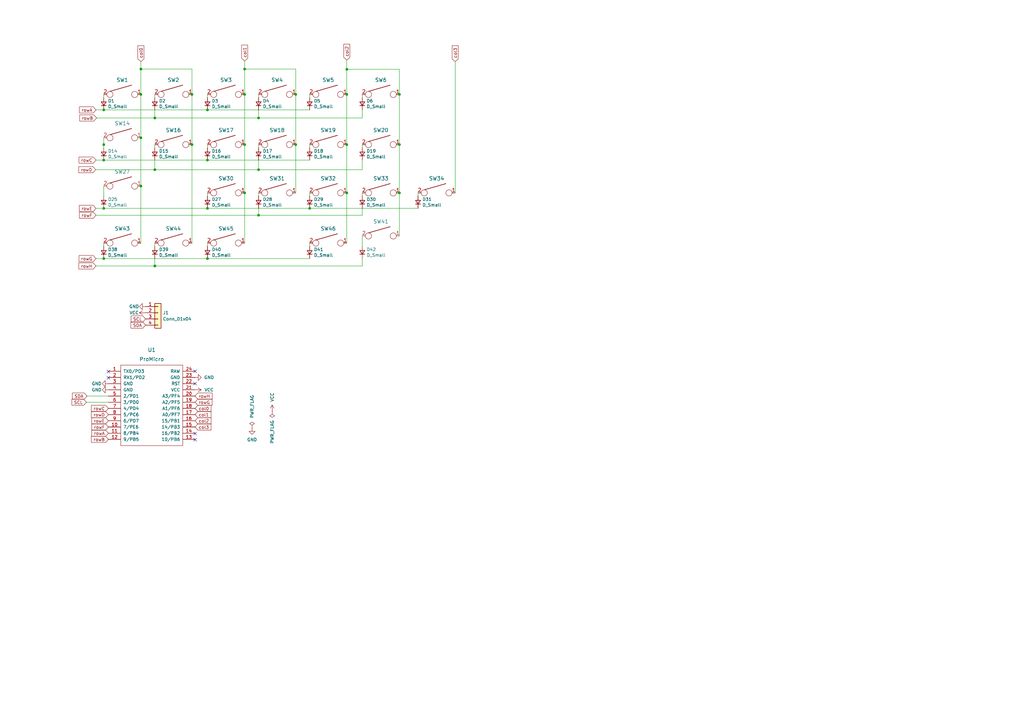
<source format=kicad_sch>
(kicad_sch (version 20230121) (generator eeschema)

  (uuid 6e95e507-f1eb-4f15-9c8c-351adc35a101)

  (paper "A3")

  (lib_symbols
    (symbol "Connector_Generic:Conn_01x04" (pin_names (offset 1.016) hide) (in_bom yes) (on_board yes)
      (property "Reference" "J" (at 0 5.08 0)
        (effects (font (size 1.27 1.27)))
      )
      (property "Value" "Conn_01x04" (at 0 -7.62 0)
        (effects (font (size 1.27 1.27)))
      )
      (property "Footprint" "" (at 0 0 0)
        (effects (font (size 1.27 1.27)) hide)
      )
      (property "Datasheet" "~" (at 0 0 0)
        (effects (font (size 1.27 1.27)) hide)
      )
      (property "ki_keywords" "connector" (at 0 0 0)
        (effects (font (size 1.27 1.27)) hide)
      )
      (property "ki_description" "Generic connector, single row, 01x04, script generated (kicad-library-utils/schlib/autogen/connector/)" (at 0 0 0)
        (effects (font (size 1.27 1.27)) hide)
      )
      (property "ki_fp_filters" "Connector*:*_1x??_*" (at 0 0 0)
        (effects (font (size 1.27 1.27)) hide)
      )
      (symbol "Conn_01x04_1_1"
        (rectangle (start -1.27 -4.953) (end 0 -5.207)
          (stroke (width 0.1524) (type default))
          (fill (type none))
        )
        (rectangle (start -1.27 -2.413) (end 0 -2.667)
          (stroke (width 0.1524) (type default))
          (fill (type none))
        )
        (rectangle (start -1.27 0.127) (end 0 -0.127)
          (stroke (width 0.1524) (type default))
          (fill (type none))
        )
        (rectangle (start -1.27 2.667) (end 0 2.413)
          (stroke (width 0.1524) (type default))
          (fill (type none))
        )
        (rectangle (start -1.27 3.81) (end 1.27 -6.35)
          (stroke (width 0.254) (type default))
          (fill (type background))
        )
        (pin passive line (at -5.08 2.54 0) (length 3.81)
          (name "Pin_1" (effects (font (size 1.27 1.27))))
          (number "1" (effects (font (size 1.27 1.27))))
        )
        (pin passive line (at -5.08 0 0) (length 3.81)
          (name "Pin_2" (effects (font (size 1.27 1.27))))
          (number "2" (effects (font (size 1.27 1.27))))
        )
        (pin passive line (at -5.08 -2.54 0) (length 3.81)
          (name "Pin_3" (effects (font (size 1.27 1.27))))
          (number "3" (effects (font (size 1.27 1.27))))
        )
        (pin passive line (at -5.08 -5.08 0) (length 3.81)
          (name "Pin_4" (effects (font (size 1.27 1.27))))
          (number "4" (effects (font (size 1.27 1.27))))
        )
      )
    )
    (symbol "Device:D_Small" (pin_numbers hide) (pin_names (offset 0.254) hide) (in_bom yes) (on_board yes)
      (property "Reference" "D" (at -1.27 2.032 0)
        (effects (font (size 1.27 1.27)) (justify left))
      )
      (property "Value" "D_Small" (at -3.81 -2.032 0)
        (effects (font (size 1.27 1.27)) (justify left))
      )
      (property "Footprint" "" (at 0 0 90)
        (effects (font (size 1.27 1.27)) hide)
      )
      (property "Datasheet" "~" (at 0 0 90)
        (effects (font (size 1.27 1.27)) hide)
      )
      (property "ki_keywords" "diode" (at 0 0 0)
        (effects (font (size 1.27 1.27)) hide)
      )
      (property "ki_description" "Diode, small symbol" (at 0 0 0)
        (effects (font (size 1.27 1.27)) hide)
      )
      (property "ki_fp_filters" "TO-???* *_Diode_* *SingleDiode* D_*" (at 0 0 0)
        (effects (font (size 1.27 1.27)) hide)
      )
      (symbol "D_Small_0_1"
        (polyline
          (pts
            (xy -0.762 -1.016)
            (xy -0.762 1.016)
          )
          (stroke (width 0.254) (type default))
          (fill (type none))
        )
        (polyline
          (pts
            (xy -0.762 0)
            (xy 0.762 0)
          )
          (stroke (width 0) (type default))
          (fill (type none))
        )
        (polyline
          (pts
            (xy 0.762 -1.016)
            (xy -0.762 0)
            (xy 0.762 1.016)
            (xy 0.762 -1.016)
          )
          (stroke (width 0.254) (type default))
          (fill (type none))
        )
      )
      (symbol "D_Small_1_1"
        (pin passive line (at -2.54 0 0) (length 1.778)
          (name "K" (effects (font (size 1.27 1.27))))
          (number "1" (effects (font (size 1.27 1.27))))
        )
        (pin passive line (at 2.54 0 180) (length 1.778)
          (name "A" (effects (font (size 1.27 1.27))))
          (number "2" (effects (font (size 1.27 1.27))))
        )
      )
    )
    (symbol "keebio:ProMicro" (pin_names (offset 1.016)) (in_bom yes) (on_board yes)
      (property "Reference" "U" (at 0 0 0)
        (effects (font (size 1.524 1.524)))
      )
      (property "Value" "ProMicro" (at 0 -19.05 0)
        (effects (font (size 1.524 1.524)))
      )
      (property "Footprint" "" (at 26.67 -63.5 90)
        (effects (font (size 1.524 1.524)) hide)
      )
      (property "Datasheet" "" (at 26.67 -63.5 90)
        (effects (font (size 1.524 1.524)) hide)
      )
      (symbol "ProMicro_0_1"
        (rectangle (start -12.7 -16.51) (end 12.7 16.51)
          (stroke (width 0) (type default))
          (fill (type none))
        )
      )
      (symbol "ProMicro_1_1"
        (pin input line (at -17.78 13.97 0) (length 5.08)
          (name "TX0/PD3" (effects (font (size 1.27 1.27))))
          (number "1" (effects (font (size 1.27 1.27))))
        )
        (pin input line (at -17.78 -8.89 0) (length 5.08)
          (name "7/PE6" (effects (font (size 1.27 1.27))))
          (number "10" (effects (font (size 1.27 1.27))))
        )
        (pin input line (at -17.78 -11.43 0) (length 5.08)
          (name "8/PB4" (effects (font (size 1.27 1.27))))
          (number "11" (effects (font (size 1.27 1.27))))
        )
        (pin input line (at -17.78 -13.97 0) (length 5.08)
          (name "9/PB5" (effects (font (size 1.27 1.27))))
          (number "12" (effects (font (size 1.27 1.27))))
        )
        (pin input line (at 17.78 -13.97 180) (length 5.08)
          (name "10/PB6" (effects (font (size 1.27 1.27))))
          (number "13" (effects (font (size 1.27 1.27))))
        )
        (pin input line (at 17.78 -11.43 180) (length 5.08)
          (name "16/PB2" (effects (font (size 1.27 1.27))))
          (number "14" (effects (font (size 1.27 1.27))))
        )
        (pin input line (at 17.78 -8.89 180) (length 5.08)
          (name "14/PB3" (effects (font (size 1.27 1.27))))
          (number "15" (effects (font (size 1.27 1.27))))
        )
        (pin input line (at 17.78 -6.35 180) (length 5.08)
          (name "15/PB1" (effects (font (size 1.27 1.27))))
          (number "16" (effects (font (size 1.27 1.27))))
        )
        (pin input line (at 17.78 -3.81 180) (length 5.08)
          (name "A0/PF7" (effects (font (size 1.27 1.27))))
          (number "17" (effects (font (size 1.27 1.27))))
        )
        (pin input line (at 17.78 -1.27 180) (length 5.08)
          (name "A1/PF6" (effects (font (size 1.27 1.27))))
          (number "18" (effects (font (size 1.27 1.27))))
        )
        (pin input line (at 17.78 1.27 180) (length 5.08)
          (name "A2/PF5" (effects (font (size 1.27 1.27))))
          (number "19" (effects (font (size 1.27 1.27))))
        )
        (pin input line (at -17.78 11.43 0) (length 5.08)
          (name "RX1/PD2" (effects (font (size 1.27 1.27))))
          (number "2" (effects (font (size 1.27 1.27))))
        )
        (pin input line (at 17.78 3.81 180) (length 5.08)
          (name "A3/PF4" (effects (font (size 1.27 1.27))))
          (number "20" (effects (font (size 1.27 1.27))))
        )
        (pin input line (at 17.78 6.35 180) (length 5.08)
          (name "VCC" (effects (font (size 1.27 1.27))))
          (number "21" (effects (font (size 1.27 1.27))))
        )
        (pin input line (at 17.78 8.89 180) (length 5.08)
          (name "RST" (effects (font (size 1.27 1.27))))
          (number "22" (effects (font (size 1.27 1.27))))
        )
        (pin input line (at 17.78 11.43 180) (length 5.08)
          (name "GND" (effects (font (size 1.27 1.27))))
          (number "23" (effects (font (size 1.27 1.27))))
        )
        (pin input line (at 17.78 13.97 180) (length 5.08)
          (name "RAW" (effects (font (size 1.27 1.27))))
          (number "24" (effects (font (size 1.27 1.27))))
        )
        (pin input line (at -17.78 8.89 0) (length 5.08)
          (name "GND" (effects (font (size 1.27 1.27))))
          (number "3" (effects (font (size 1.27 1.27))))
        )
        (pin input line (at -17.78 6.35 0) (length 5.08)
          (name "GND" (effects (font (size 1.27 1.27))))
          (number "4" (effects (font (size 1.27 1.27))))
        )
        (pin input line (at -17.78 3.81 0) (length 5.08)
          (name "2/PD1" (effects (font (size 1.27 1.27))))
          (number "5" (effects (font (size 1.27 1.27))))
        )
        (pin input line (at -17.78 1.27 0) (length 5.08)
          (name "3/PD0" (effects (font (size 1.27 1.27))))
          (number "6" (effects (font (size 1.27 1.27))))
        )
        (pin input line (at -17.78 -1.27 0) (length 5.08)
          (name "4/PD4" (effects (font (size 1.27 1.27))))
          (number "7" (effects (font (size 1.27 1.27))))
        )
        (pin input line (at -17.78 -3.81 0) (length 5.08)
          (name "5/PC6" (effects (font (size 1.27 1.27))))
          (number "8" (effects (font (size 1.27 1.27))))
        )
        (pin input line (at -17.78 -6.35 0) (length 5.08)
          (name "6/PD7" (effects (font (size 1.27 1.27))))
          (number "9" (effects (font (size 1.27 1.27))))
        )
      )
    )
    (symbol "keyboard_parts:KEYSW" (pin_names (offset 1.016)) (in_bom yes) (on_board yes)
      (property "Reference" "K?" (at -1.27 0 0)
        (effects (font (size 1.524 1.524)))
      )
      (property "Value" "KEYSW" (at 0 -2.54 0)
        (effects (font (size 1.524 1.524)) hide)
      )
      (property "Footprint" "" (at 0 0 0)
        (effects (font (size 1.524 1.524)))
      )
      (property "Datasheet" "" (at 0 0 0)
        (effects (font (size 1.524 1.524)))
      )
      (symbol "KEYSW_0_1"
        (circle (center -5.08 0) (radius 1.27)
          (stroke (width 0) (type default))
          (fill (type none))
        )
        (polyline
          (pts
            (xy -5.08 1.27)
            (xy 3.81 3.81)
          )
          (stroke (width 0.254) (type default))
          (fill (type none))
        )
        (circle (center 5.08 0) (radius 1.27)
          (stroke (width 0) (type default))
          (fill (type none))
        )
      )
      (symbol "KEYSW_1_1"
        (pin passive line (at 7.62 0 180) (length 1.27)
          (name "~" (effects (font (size 1.524 1.524))))
          (number "1" (effects (font (size 1.524 1.524))))
        )
        (pin passive line (at -7.62 0 0) (length 1.27)
          (name "~" (effects (font (size 1.524 1.524))))
          (number "2" (effects (font (size 1.524 1.524))))
        )
      )
    )
    (symbol "power:GND" (power) (pin_names (offset 0)) (in_bom yes) (on_board yes)
      (property "Reference" "#PWR" (at 0 -6.35 0)
        (effects (font (size 1.27 1.27)) hide)
      )
      (property "Value" "GND" (at 0 -3.81 0)
        (effects (font (size 1.27 1.27)))
      )
      (property "Footprint" "" (at 0 0 0)
        (effects (font (size 1.27 1.27)) hide)
      )
      (property "Datasheet" "" (at 0 0 0)
        (effects (font (size 1.27 1.27)) hide)
      )
      (property "ki_keywords" "power-flag" (at 0 0 0)
        (effects (font (size 1.27 1.27)) hide)
      )
      (property "ki_description" "Power symbol creates a global label with name \"GND\" , ground" (at 0 0 0)
        (effects (font (size 1.27 1.27)) hide)
      )
      (symbol "GND_0_1"
        (polyline
          (pts
            (xy 0 0)
            (xy 0 -1.27)
            (xy 1.27 -1.27)
            (xy 0 -2.54)
            (xy -1.27 -1.27)
            (xy 0 -1.27)
          )
          (stroke (width 0) (type default))
          (fill (type none))
        )
      )
      (symbol "GND_1_1"
        (pin power_in line (at 0 0 270) (length 0) hide
          (name "GND" (effects (font (size 1.27 1.27))))
          (number "1" (effects (font (size 1.27 1.27))))
        )
      )
    )
    (symbol "power:PWR_FLAG" (power) (pin_numbers hide) (pin_names (offset 0) hide) (in_bom yes) (on_board yes)
      (property "Reference" "#FLG" (at 0 1.905 0)
        (effects (font (size 1.27 1.27)) hide)
      )
      (property "Value" "PWR_FLAG" (at 0 3.81 0)
        (effects (font (size 1.27 1.27)))
      )
      (property "Footprint" "" (at 0 0 0)
        (effects (font (size 1.27 1.27)) hide)
      )
      (property "Datasheet" "~" (at 0 0 0)
        (effects (font (size 1.27 1.27)) hide)
      )
      (property "ki_keywords" "power-flag" (at 0 0 0)
        (effects (font (size 1.27 1.27)) hide)
      )
      (property "ki_description" "Special symbol for telling ERC where power comes from" (at 0 0 0)
        (effects (font (size 1.27 1.27)) hide)
      )
      (symbol "PWR_FLAG_0_0"
        (pin power_out line (at 0 0 90) (length 0)
          (name "pwr" (effects (font (size 1.27 1.27))))
          (number "1" (effects (font (size 1.27 1.27))))
        )
      )
      (symbol "PWR_FLAG_0_1"
        (polyline
          (pts
            (xy 0 0)
            (xy 0 1.27)
            (xy -1.016 1.905)
            (xy 0 2.54)
            (xy 1.016 1.905)
            (xy 0 1.27)
          )
          (stroke (width 0) (type default))
          (fill (type none))
        )
      )
    )
    (symbol "power:VCC" (power) (pin_names (offset 0)) (in_bom yes) (on_board yes)
      (property "Reference" "#PWR" (at 0 -3.81 0)
        (effects (font (size 1.27 1.27)) hide)
      )
      (property "Value" "VCC" (at 0 3.81 0)
        (effects (font (size 1.27 1.27)))
      )
      (property "Footprint" "" (at 0 0 0)
        (effects (font (size 1.27 1.27)) hide)
      )
      (property "Datasheet" "" (at 0 0 0)
        (effects (font (size 1.27 1.27)) hide)
      )
      (property "ki_keywords" "power-flag" (at 0 0 0)
        (effects (font (size 1.27 1.27)) hide)
      )
      (property "ki_description" "Power symbol creates a global label with name \"VCC\"" (at 0 0 0)
        (effects (font (size 1.27 1.27)) hide)
      )
      (symbol "VCC_0_1"
        (polyline
          (pts
            (xy -0.762 1.27)
            (xy 0 2.54)
          )
          (stroke (width 0) (type default))
          (fill (type none))
        )
        (polyline
          (pts
            (xy 0 0)
            (xy 0 2.54)
          )
          (stroke (width 0) (type default))
          (fill (type none))
        )
        (polyline
          (pts
            (xy 0 2.54)
            (xy 0.762 1.27)
          )
          (stroke (width 0) (type default))
          (fill (type none))
        )
      )
      (symbol "VCC_1_1"
        (pin power_in line (at 0 0 90) (length 0) hide
          (name "VCC" (effects (font (size 1.27 1.27))))
          (number "1" (effects (font (size 1.27 1.27))))
        )
      )
    )
  )

  (junction (at 163.83 59.309) (diameter 0) (color 0 0 0 0)
    (uuid 028e5647-7651-4fdb-aee1-de5cd23e2c86)
  )
  (junction (at 142.24 38.735) (diameter 0) (color 0 0 0 0)
    (uuid 06888c20-c1cd-418a-ad4b-98f974077201)
  )
  (junction (at 57.785 56.515) (diameter 0) (color 0 0 0 0)
    (uuid 11907ea4-fac8-48f0-95ee-59faaa69e0ae)
  )
  (junction (at 78.74 59.309) (diameter 0) (color 0 0 0 0)
    (uuid 1ae7eae4-d4b5-48d6-bace-510ed513b500)
  )
  (junction (at 63.5 109.093) (diameter 0) (color 0 0 0 0)
    (uuid 1d6ecc16-5d6e-46da-80c5-fafccdfe7a42)
  )
  (junction (at 127 85.471) (diameter 0) (color 0 0 0 0)
    (uuid 25c7557f-e6c5-4a9a-ab93-08ce6cc9e5ed)
  )
  (junction (at 106.045 69.596) (diameter 0) (color 0 0 0 0)
    (uuid 2691c2e4-6831-44c5-8e54-2d80d938e1df)
  )
  (junction (at 42.545 85.471) (diameter 0) (color 0 0 0 0)
    (uuid 3a959ef3-c134-4fd0-aa50-6d9dc72e0f67)
  )
  (junction (at 85.09 45.085) (diameter 0) (color 0 0 0 0)
    (uuid 3b188594-d8c4-4f37-9ba4-a04dccc75f15)
  )
  (junction (at 85.09 106.045) (diameter 0) (color 0 0 0 0)
    (uuid 44dfbf28-75ea-4bb4-88d1-979f9bb76cb1)
  )
  (junction (at 63.5 69.596) (diameter 0) (color 0 0 0 0)
    (uuid 46a8f15b-1509-45b9-9fa3-3dbf52eb37ff)
  )
  (junction (at 85.09 65.659) (diameter 0) (color 0 0 0 0)
    (uuid 47ff29cb-4f6c-4f3d-8a8b-5039181495a2)
  )
  (junction (at 100.33 59.309) (diameter 0) (color 0 0 0 0)
    (uuid 4c015029-0c9e-4068-afda-0014913dfd9c)
  )
  (junction (at 78.74 38.735) (diameter 0) (color 0 0 0 0)
    (uuid 59e0659e-7161-46d5-97ec-7b9ec8443102)
  )
  (junction (at 57.785 28.321) (diameter 0) (color 0 0 0 0)
    (uuid 5a04766d-a46f-4580-a030-4a00f8c92906)
  )
  (junction (at 42.545 106.045) (diameter 0) (color 0 0 0 0)
    (uuid 5d4ed327-3cb5-4ac9-967c-cd22fb11a611)
  )
  (junction (at 163.83 38.735) (diameter 0) (color 0 0 0 0)
    (uuid 673bcded-7458-4d7e-9079-ad6daabae297)
  )
  (junction (at 42.545 59.309) (diameter 0) (color 0 0 0 0)
    (uuid 6a9cfa32-663c-428b-9b13-f8bee010b080)
  )
  (junction (at 63.5 48.387) (diameter 0) (color 0 0 0 0)
    (uuid 769051af-062d-463b-8ac8-dfbb53558061)
  )
  (junction (at 42.545 65.659) (diameter 0) (color 0 0 0 0)
    (uuid 77175190-d9e9-4310-a691-e33f2a95eb1f)
  )
  (junction (at 100.33 79.121) (diameter 0) (color 0 0 0 0)
    (uuid 839f3cdb-ca69-4504-8b81-22b85225413b)
  )
  (junction (at 100.33 28.321) (diameter 0) (color 0 0 0 0)
    (uuid 8d8032e0-de79-4d4c-9837-a73f78afc27d)
  )
  (junction (at 100.33 38.735) (diameter 0) (color 0 0 0 0)
    (uuid 8dc157ff-f83a-4ffa-89e5-b593658b765b)
  )
  (junction (at 42.545 45.085) (diameter 0) (color 0 0 0 0)
    (uuid 90bca819-d4a8-4c7c-bdf6-893a654311f6)
  )
  (junction (at 142.24 79.121) (diameter 0) (color 0 0 0 0)
    (uuid 93858ec4-a2f7-4e0a-9018-4a3e8b5c952c)
  )
  (junction (at 85.09 85.471) (diameter 0) (color 0 0 0 0)
    (uuid 9f07cd0f-aa35-4476-ab2e-68fc4d218c8a)
  )
  (junction (at 142.24 28.448) (diameter 0) (color 0 0 0 0)
    (uuid a7004a9d-f7fb-4b35-a421-e39ef416fa0b)
  )
  (junction (at 121.285 59.309) (diameter 0) (color 0 0 0 0)
    (uuid adb4f23d-04f5-4f8a-a623-095e7245a078)
  )
  (junction (at 57.785 76.327) (diameter 0) (color 0 0 0 0)
    (uuid c0275cc6-07d4-48ac-868e-e0ed5da230c1)
  )
  (junction (at 163.83 79.121) (diameter 0) (color 0 0 0 0)
    (uuid c5c163c9-13d9-453e-80cb-fe348d186c75)
  )
  (junction (at 121.285 38.735) (diameter 0) (color 0 0 0 0)
    (uuid e2ea8af2-2454-4573-b956-00fcf51a7344)
  )
  (junction (at 142.24 59.309) (diameter 0) (color 0 0 0 0)
    (uuid eaebf51b-2dd7-447c-9414-7d4cb0b47844)
  )
  (junction (at 106.045 88.265) (diameter 0) (color 0 0 0 0)
    (uuid f2353f14-76c8-4bb3-92a1-c0f1ede55438)
  )
  (junction (at 106.045 48.387) (diameter 0) (color 0 0 0 0)
    (uuid f319f181-dcf4-4f52-b0d1-f30bdc5b0e92)
  )
  (junction (at 57.785 38.735) (diameter 0) (color 0 0 0 0)
    (uuid fa9ba3e7-6d6b-46dd-996a-d83fd292719d)
  )

  (no_connect (at 44.45 152.4) (uuid 14da2bc6-a619-4ea7-92a6-3744873be827))
  (no_connect (at 44.45 154.94) (uuid 5298909d-f8e4-4ca4-a814-c7934c7df746))
  (no_connect (at 80.01 180.34) (uuid 55036788-f16c-4c5c-a334-5c2fb780a897))
  (no_connect (at 80.01 152.273) (uuid 57ff1f19-1843-4595-be79-90356973ebe3))
  (no_connect (at 80.01 177.8) (uuid b01de400-fe2f-4d94-9077-f0b61f24b018))
  (no_connect (at 80.01 157.353) (uuid d7fa523f-71f5-4bb7-862e-933803564a39))

  (wire (pts (xy 148.59 96.774) (xy 148.59 100.965))
    (stroke (width 0) (type default))
    (uuid 0236247a-2d78-474a-a3ae-255118afcbe4)
  )
  (wire (pts (xy 163.83 28.448) (xy 163.83 38.735))
    (stroke (width 0) (type default))
    (uuid 0463997a-3321-41fd-947b-82f845656cea)
  )
  (wire (pts (xy 148.59 45.085) (xy 148.59 48.387))
    (stroke (width 0) (type default))
    (uuid 0e042ba6-d5a0-4f9a-9e1d-2f44acbfe2a5)
  )
  (wire (pts (xy 121.285 28.321) (xy 100.33 28.321))
    (stroke (width 0) (type default))
    (uuid 0ff72df0-6e2a-44d3-ae28-05a2c5556ce0)
  )
  (wire (pts (xy 42.545 106.045) (xy 85.09 106.045))
    (stroke (width 0) (type default))
    (uuid 1170315f-b6b7-459f-a42b-29db3887b467)
  )
  (wire (pts (xy 106.045 48.387) (xy 148.59 48.387))
    (stroke (width 0) (type default))
    (uuid 15613785-582c-47f6-8ca1-9e07fe4ad478)
  )
  (wire (pts (xy 148.59 59.309) (xy 148.59 60.579))
    (stroke (width 0) (type default))
    (uuid 17481f05-e6b5-4906-b631-93336fce2ef3)
  )
  (wire (pts (xy 106.045 59.309) (xy 106.045 60.579))
    (stroke (width 0) (type default))
    (uuid 18e15284-c9fa-4c41-b807-230bd74811fc)
  )
  (wire (pts (xy 106.045 85.471) (xy 106.045 88.265))
    (stroke (width 0) (type default))
    (uuid 1e320355-466a-41ff-99dd-95baeed7ff24)
  )
  (wire (pts (xy 57.785 76.327) (xy 57.785 99.695))
    (stroke (width 0) (type default))
    (uuid 1f29490b-26f9-450c-8ba3-18065d79923b)
  )
  (wire (pts (xy 148.59 106.045) (xy 148.59 109.093))
    (stroke (width 0) (type default))
    (uuid 2062f576-c723-41ae-b2cb-5cd29c40c3a1)
  )
  (wire (pts (xy 85.09 45.085) (xy 127 45.085))
    (stroke (width 0) (type default))
    (uuid 225be4c9-d2bf-49b1-a4b5-5b2663c604e9)
  )
  (wire (pts (xy 35.687 162.433) (xy 44.45 162.433))
    (stroke (width 0) (type default))
    (uuid 257d77c9-2ae6-4bab-9809-c75ba5fbbaa6)
  )
  (wire (pts (xy 78.74 38.735) (xy 78.74 28.321))
    (stroke (width 0) (type default))
    (uuid 25c5d2a3-fd4e-4a91-93ab-72260d85f1dc)
  )
  (wire (pts (xy 42.545 76.327) (xy 42.545 80.391))
    (stroke (width 0) (type default))
    (uuid 25e76ffc-4674-40f0-b804-940548254127)
  )
  (wire (pts (xy 42.545 85.471) (xy 85.09 85.471))
    (stroke (width 0) (type default))
    (uuid 25f79813-fb25-429d-b99e-d5f4e49cf430)
  )
  (wire (pts (xy 39.243 69.596) (xy 63.5 69.596))
    (stroke (width 0) (type default))
    (uuid 2d373f4f-2dc6-493d-9ba4-915b1daefd7c)
  )
  (wire (pts (xy 42.545 56.515) (xy 42.545 59.309))
    (stroke (width 0) (type default))
    (uuid 2d6a8a70-9a40-47f9-8fb0-c5e534f6f898)
  )
  (wire (pts (xy 142.24 38.735) (xy 142.24 28.448))
    (stroke (width 0) (type default))
    (uuid 2f94cc8e-b109-405a-a7f1-57005d6c41e9)
  )
  (wire (pts (xy 127 79.121) (xy 127 80.391))
    (stroke (width 0) (type default))
    (uuid 31027c46-9bfb-441c-8543-adab48453329)
  )
  (wire (pts (xy 85.09 99.695) (xy 85.09 100.965))
    (stroke (width 0) (type default))
    (uuid 3614a3dd-b131-4af3-8f8b-a69a5caa09a1)
  )
  (wire (pts (xy 63.5 109.093) (xy 148.59 109.093))
    (stroke (width 0) (type default))
    (uuid 37a3d0b1-e76e-4ae0-bfa4-b4c910d561d0)
  )
  (wire (pts (xy 85.09 59.309) (xy 85.09 60.579))
    (stroke (width 0) (type default))
    (uuid 3896b14f-093c-464b-9e1d-0a95e0242e60)
  )
  (wire (pts (xy 127 85.471) (xy 171.45 85.471))
    (stroke (width 0) (type default))
    (uuid 3d593979-cbc8-4305-8efd-0613f9c347b1)
  )
  (wire (pts (xy 39.624 48.387) (xy 63.5 48.387))
    (stroke (width 0) (type default))
    (uuid 3e6395aa-7793-4541-93cf-c3cf90637259)
  )
  (wire (pts (xy 42.418 59.309) (xy 42.545 59.309))
    (stroke (width 0) (type default))
    (uuid 40079a4f-a3c3-406c-96bb-ea3b09eea4a7)
  )
  (wire (pts (xy 57.785 28.321) (xy 57.785 38.735))
    (stroke (width 0) (type default))
    (uuid 41a71f11-92e7-4de5-be3a-d5072bcb9ffb)
  )
  (wire (pts (xy 163.83 28.448) (xy 142.24 28.448))
    (stroke (width 0) (type default))
    (uuid 46fc0763-4efc-4f63-8b73-1e930a01be82)
  )
  (wire (pts (xy 63.5 59.309) (xy 63.5 60.579))
    (stroke (width 0) (type default))
    (uuid 4a5c87a2-65b5-49b6-8f47-14ffb4f4b097)
  )
  (wire (pts (xy 78.74 38.735) (xy 78.74 59.309))
    (stroke (width 0) (type default))
    (uuid 4b8ae520-6cde-4432-9086-c697988e7556)
  )
  (wire (pts (xy 163.83 38.735) (xy 163.83 59.309))
    (stroke (width 0) (type default))
    (uuid 4c1f1982-3d20-4c8d-85c1-28c797f1e752)
  )
  (wire (pts (xy 142.24 59.309) (xy 142.24 79.121))
    (stroke (width 0) (type default))
    (uuid 4c5cd23d-6f58-472a-bce9-3ffb84709c30)
  )
  (wire (pts (xy 127 99.695) (xy 127 100.965))
    (stroke (width 0) (type default))
    (uuid 4cd4a1f6-b5c7-4e32-a2cc-6ee286ba43b1)
  )
  (wire (pts (xy 85.09 85.471) (xy 127 85.471))
    (stroke (width 0) (type default))
    (uuid 51de7acc-2809-48bc-8c19-964f46e2b8f2)
  )
  (wire (pts (xy 42.545 65.659) (xy 85.09 65.659))
    (stroke (width 0) (type default))
    (uuid 55832174-fc05-47b1-8436-df191b0995d4)
  )
  (wire (pts (xy 100.33 28.321) (xy 100.33 25.019))
    (stroke (width 0) (type default))
    (uuid 5704c66b-ae14-4bbf-b60d-27510eccb31a)
  )
  (wire (pts (xy 100.33 59.309) (xy 100.33 79.121))
    (stroke (width 0) (type default))
    (uuid 5802d2ca-091b-4427-b13e-a758697f7f2e)
  )
  (wire (pts (xy 121.285 28.321) (xy 121.285 38.735))
    (stroke (width 0) (type default))
    (uuid 58afa6ca-2ceb-409b-823c-6ce902bed223)
  )
  (wire (pts (xy 57.785 38.735) (xy 57.785 56.515))
    (stroke (width 0) (type default))
    (uuid 5b2934cf-8951-457c-a887-c3c191c9fae9)
  )
  (wire (pts (xy 63.5 38.735) (xy 63.5 40.005))
    (stroke (width 0) (type default))
    (uuid 6020f333-ff0c-4b2e-a828-336674365677)
  )
  (wire (pts (xy 63.5 69.596) (xy 106.045 69.596))
    (stroke (width 0) (type default))
    (uuid 60cc39be-ed53-4828-8d5b-08db531bec5a)
  )
  (wire (pts (xy 39.37 45.085) (xy 42.545 45.085))
    (stroke (width 0) (type default))
    (uuid 6734b126-135a-4218-9e8e-f9e2a51d8570)
  )
  (wire (pts (xy 106.045 45.085) (xy 106.045 48.387))
    (stroke (width 0) (type default))
    (uuid 6886c675-d80d-406f-8b30-b26370dfd36e)
  )
  (wire (pts (xy 106.045 65.659) (xy 106.045 69.596))
    (stroke (width 0) (type default))
    (uuid 692f8ddd-fb74-414e-9a69-ad8f50c07c5b)
  )
  (wire (pts (xy 148.59 38.735) (xy 148.59 40.005))
    (stroke (width 0) (type default))
    (uuid 6a3baf20-8ff5-4b69-8de1-35dadaa7645a)
  )
  (wire (pts (xy 186.69 25.273) (xy 186.69 79.121))
    (stroke (width 0) (type default))
    (uuid 6d7a3154-2069-4952-946a-7ddd86c198a8)
  )
  (wire (pts (xy 63.5 45.085) (xy 63.5 48.387))
    (stroke (width 0) (type default))
    (uuid 71000369-d9b4-4c17-8edb-4f4f02c4b3e9)
  )
  (wire (pts (xy 35.433 164.973) (xy 44.45 164.973))
    (stroke (width 0) (type default))
    (uuid 7243aa16-8a87-48c6-8b9a-1283a5069e80)
  )
  (wire (pts (xy 106.045 88.265) (xy 148.59 88.265))
    (stroke (width 0) (type default))
    (uuid 7d9bbb8a-14aa-4190-adfa-15678b7e85b7)
  )
  (wire (pts (xy 42.545 38.735) (xy 42.545 40.005))
    (stroke (width 0) (type default))
    (uuid 82cd980c-9266-4c35-9b48-7515397ec757)
  )
  (wire (pts (xy 63.5 106.045) (xy 63.5 109.093))
    (stroke (width 0) (type default))
    (uuid 83f7866f-b974-44f3-a630-f91ba7d0b290)
  )
  (wire (pts (xy 63.5 48.387) (xy 106.045 48.387))
    (stroke (width 0) (type default))
    (uuid 8408c04c-491c-456e-8ef5-cac837f450b5)
  )
  (wire (pts (xy 39.37 109.093) (xy 63.5 109.093))
    (stroke (width 0) (type default))
    (uuid 84b76aae-d15d-42ce-a97d-1cccdbd632c8)
  )
  (wire (pts (xy 39.37 106.045) (xy 42.545 106.045))
    (stroke (width 0) (type default))
    (uuid 8689fdaf-9ebb-4341-a461-68800adae0d5)
  )
  (wire (pts (xy 57.785 56.515) (xy 57.785 76.327))
    (stroke (width 0) (type default))
    (uuid 893f04ae-adb8-4324-b92e-b15fb3869b1b)
  )
  (wire (pts (xy 100.33 38.735) (xy 100.33 28.321))
    (stroke (width 0) (type default))
    (uuid 8b79699f-94a5-42db-8c2d-685847f6b118)
  )
  (wire (pts (xy 85.09 106.045) (xy 127 106.045))
    (stroke (width 0) (type default))
    (uuid 8b9f7e3a-abdc-4d38-b66f-e15a97592bf4)
  )
  (wire (pts (xy 63.5 65.659) (xy 63.5 69.596))
    (stroke (width 0) (type default))
    (uuid 8c1f87e8-194f-4893-8ba4-613829342054)
  )
  (wire (pts (xy 100.33 38.735) (xy 100.33 59.309))
    (stroke (width 0) (type default))
    (uuid 8ff6ec1c-6c14-4fc6-9b86-9caeaf6d1dc4)
  )
  (wire (pts (xy 121.285 59.309) (xy 121.285 79.121))
    (stroke (width 0) (type default))
    (uuid 968e05b9-6c09-4348-9d31-256662fb5bb3)
  )
  (wire (pts (xy 148.59 85.471) (xy 148.59 88.265))
    (stroke (width 0) (type default))
    (uuid 9a5b2d36-8634-4be2-b47e-2e5fe2cf3f52)
  )
  (wire (pts (xy 39.37 85.471) (xy 42.545 85.471))
    (stroke (width 0) (type default))
    (uuid 9f125012-699d-4bed-a552-eef38de942b0)
  )
  (wire (pts (xy 106.045 38.735) (xy 106.045 40.005))
    (stroke (width 0) (type default))
    (uuid 9f6c9846-9090-48e3-9e00-f16a67370b94)
  )
  (wire (pts (xy 57.785 28.321) (xy 78.74 28.321))
    (stroke (width 0) (type default))
    (uuid ab1bce01-74ea-483b-9a68-e34cafcfbb5a)
  )
  (wire (pts (xy 42.545 99.695) (xy 42.545 100.965))
    (stroke (width 0) (type default))
    (uuid b72d010f-0eaa-4e66-a66a-66c050175acd)
  )
  (wire (pts (xy 85.09 38.735) (xy 85.09 40.005))
    (stroke (width 0) (type default))
    (uuid b9d3b88a-16fc-4bf0-8e1f-8bd7759dcb19)
  )
  (wire (pts (xy 39.37 65.659) (xy 42.545 65.659))
    (stroke (width 0) (type default))
    (uuid bc011af8-b3e5-449c-9637-bab3647cff72)
  )
  (wire (pts (xy 142.24 28.448) (xy 142.24 24.638))
    (stroke (width 0) (type default))
    (uuid bcddd913-8b02-492a-9b7c-42acc6dc189c)
  )
  (wire (pts (xy 78.74 59.309) (xy 78.74 99.695))
    (stroke (width 0) (type default))
    (uuid be754ddd-b9e9-4346-9a81-0c1617ba2f88)
  )
  (wire (pts (xy 63.5 99.695) (xy 63.5 100.965))
    (stroke (width 0) (type default))
    (uuid c03a99e0-38c7-4688-95ec-9d22514a3fd5)
  )
  (wire (pts (xy 42.545 59.309) (xy 42.672 59.309))
    (stroke (width 0) (type default))
    (uuid c14bae97-48b8-4fca-b61d-6e818205ef96)
  )
  (wire (pts (xy 85.09 65.659) (xy 127 65.659))
    (stroke (width 0) (type default))
    (uuid c272cf03-944e-426a-9eb1-d11fc556deb5)
  )
  (wire (pts (xy 127 59.309) (xy 127 60.579))
    (stroke (width 0) (type default))
    (uuid c2a33657-a3d5-4da8-a71e-4181db9a951b)
  )
  (wire (pts (xy 100.33 79.121) (xy 100.33 99.695))
    (stroke (width 0) (type default))
    (uuid c3a7e41b-8a63-43de-931a-5fb226a55c0e)
  )
  (wire (pts (xy 148.59 79.121) (xy 148.59 80.391))
    (stroke (width 0) (type default))
    (uuid c78bc068-75c0-47e3-8d1f-1e41ce8cbb95)
  )
  (wire (pts (xy 127 38.735) (xy 127 40.005))
    (stroke (width 0) (type default))
    (uuid c91b10e8-114e-4877-a701-8f5f965a000c)
  )
  (wire (pts (xy 163.83 79.121) (xy 163.83 96.774))
    (stroke (width 0) (type default))
    (uuid cc375a7d-1773-49d5-8261-88fcf8e1c024)
  )
  (wire (pts (xy 85.09 79.121) (xy 85.09 80.391))
    (stroke (width 0) (type default))
    (uuid d0863a45-5793-4ed1-bde1-6d50dd764392)
  )
  (wire (pts (xy 42.545 59.309) (xy 42.545 60.579))
    (stroke (width 0) (type default))
    (uuid d326d626-f78f-4e7f-9649-ff3c0b4ba074)
  )
  (wire (pts (xy 148.59 65.659) (xy 148.59 69.596))
    (stroke (width 0) (type default))
    (uuid d3683bfd-40f2-4ff2-8c90-90e8d8625222)
  )
  (wire (pts (xy 142.24 79.121) (xy 142.24 99.695))
    (stroke (width 0) (type default))
    (uuid d65ffd3d-864a-44bc-a867-54eb772052d5)
  )
  (wire (pts (xy 57.785 28.321) (xy 57.785 25.273))
    (stroke (width 0) (type default))
    (uuid da1e64bb-924e-4e8e-9371-02c14fa098ac)
  )
  (wire (pts (xy 163.83 59.309) (xy 163.83 79.121))
    (stroke (width 0) (type default))
    (uuid daff414e-3b70-4fb7-bad4-ee6730fa8eb4)
  )
  (wire (pts (xy 39.37 88.265) (xy 106.045 88.265))
    (stroke (width 0) (type default))
    (uuid de3b5a8f-3dfc-403e-97cb-66c05fed44d4)
  )
  (wire (pts (xy 121.285 38.735) (xy 121.285 59.309))
    (stroke (width 0) (type default))
    (uuid de64af46-ef90-44d9-aa64-fd58492c323f)
  )
  (wire (pts (xy 142.24 38.735) (xy 142.24 59.309))
    (stroke (width 0) (type default))
    (uuid df665064-697c-403a-b3c2-a5c693ec6e6f)
  )
  (wire (pts (xy 42.545 45.085) (xy 85.09 45.085))
    (stroke (width 0) (type default))
    (uuid e80e89fc-2180-4a64-85d5-ac9ae43aafbb)
  )
  (wire (pts (xy 171.45 79.121) (xy 171.45 80.391))
    (stroke (width 0) (type default))
    (uuid f527bec4-5efb-4516-80bc-00e8cc5006bc)
  )
  (wire (pts (xy 106.045 79.121) (xy 106.045 80.391))
    (stroke (width 0) (type default))
    (uuid f5caf89a-1f4a-4cd3-bcac-11ed9dd5fe4e)
  )
  (wire (pts (xy 106.045 69.596) (xy 148.59 69.596))
    (stroke (width 0) (type default))
    (uuid fb5e5226-4153-4100-bda7-56c2e7041359)
  )

  (global_label "col1" (shape input) (at 100.33 25.019 90) (fields_autoplaced)
    (effects (font (size 1.27 1.27)) (justify left))
    (uuid 069619e7-148d-4d6b-8732-f1af22ee6733)
    (property "Intersheetrefs" "${INTERSHEET_REFS}" (at 100.2506 18.4935 90)
      (effects (font (size 1.27 1.27)) (justify left) hide)
    )
  )
  (global_label "rowG" (shape input) (at 39.37 106.045 180) (fields_autoplaced)
    (effects (font (size 1.27 1.27)) (justify right))
    (uuid 097da497-b2b7-4261-8ca7-33d9669608a4)
    (property "Intersheetrefs" "${INTERSHEET_REFS}" (at 32.4212 105.9656 0)
      (effects (font (size 1.27 1.27)) (justify right) hide)
    )
  )
  (global_label "col3" (shape input) (at 80.01 175.133 0) (fields_autoplaced)
    (effects (font (size 1.27 1.27)) (justify left))
    (uuid 105d716b-1bc8-441d-b7a1-7cee419778b1)
    (property "Intersheetrefs" "${INTERSHEET_REFS}" (at 86.5355 175.0536 0)
      (effects (font (size 1.27 1.27)) (justify left) hide)
    )
  )
  (global_label "rowD" (shape input) (at 44.45 170.053 180) (fields_autoplaced)
    (effects (font (size 1.27 1.27)) (justify right))
    (uuid 1665acdd-da4c-41d3-9560-6e4c111b1003)
    (property "Intersheetrefs" "${INTERSHEET_REFS}" (at 37.5012 169.9736 0)
      (effects (font (size 1.27 1.27)) (justify right) hide)
    )
  )
  (global_label "SDA" (shape input) (at 35.687 162.433 180) (fields_autoplaced)
    (effects (font (size 1.27 1.27)) (justify right))
    (uuid 16b2aa76-c674-404b-a233-1ad75c8b3aab)
    (property "Intersheetrefs" "${INTERSHEET_REFS}" (at 29.7058 162.3536 0)
      (effects (font (size 1.27 1.27)) (justify right) hide)
    )
  )
  (global_label "rowE" (shape input) (at 44.45 172.593 180) (fields_autoplaced)
    (effects (font (size 1.27 1.27)) (justify right))
    (uuid 18ab06c0-9054-4ec6-813f-bc4622161733)
    (property "Intersheetrefs" "${INTERSHEET_REFS}" (at 37.6221 172.5136 0)
      (effects (font (size 1.27 1.27)) (justify right) hide)
    )
  )
  (global_label "rowH" (shape input) (at 80.01 162.433 0) (fields_autoplaced)
    (effects (font (size 1.27 1.27)) (justify left))
    (uuid 224b41e6-e9c0-45f7-94be-ee2fe641061a)
    (property "Intersheetrefs" "${INTERSHEET_REFS}" (at 87.0193 162.5124 0)
      (effects (font (size 1.27 1.27)) (justify left) hide)
    )
  )
  (global_label "col2" (shape input) (at 80.01 172.593 0) (fields_autoplaced)
    (effects (font (size 1.27 1.27)) (justify left))
    (uuid 24558d58-4dca-4fcf-9e95-74eb120d30c1)
    (property "Intersheetrefs" "${INTERSHEET_REFS}" (at 86.5355 172.5136 0)
      (effects (font (size 1.27 1.27)) (justify left) hide)
    )
  )
  (global_label "col0" (shape input) (at 80.01 167.513 0) (fields_autoplaced)
    (effects (font (size 1.27 1.27)) (justify left))
    (uuid 2f7ddde7-1fb4-43bb-93a8-a6ab7d2104ec)
    (property "Intersheetrefs" "${INTERSHEET_REFS}" (at 101.6 129.413 0)
      (effects (font (size 1.27 1.27)) hide)
    )
  )
  (global_label "rowB" (shape input) (at 44.45 180.213 180) (fields_autoplaced)
    (effects (font (size 1.27 1.27)) (justify right))
    (uuid 33271a9c-25f8-48ba-88e7-df4e9e0380ae)
    (property "Intersheetrefs" "${INTERSHEET_REFS}" (at 37.5012 180.1336 0)
      (effects (font (size 1.27 1.27)) (justify right) hide)
    )
  )
  (global_label "rowF" (shape input) (at 39.37 88.265 180) (fields_autoplaced)
    (effects (font (size 1.27 1.27)) (justify right))
    (uuid 385973ae-d2c5-4ab6-9a44-47d7613094ea)
    (property "Intersheetrefs" "${INTERSHEET_REFS}" (at 32.6026 88.1856 0)
      (effects (font (size 1.27 1.27)) (justify right) hide)
    )
  )
  (global_label "rowC" (shape input) (at 44.45 167.513 180) (fields_autoplaced)
    (effects (font (size 1.27 1.27)) (justify right))
    (uuid 3f5a7f77-1985-4a9a-8b71-18691abf2a2f)
    (property "Intersheetrefs" "${INTERSHEET_REFS}" (at 37.5012 167.4336 0)
      (effects (font (size 1.27 1.27)) (justify right) hide)
    )
  )
  (global_label "rowB" (shape input) (at 39.624 48.387 180) (fields_autoplaced)
    (effects (font (size 1.27 1.27)) (justify right))
    (uuid 4452125c-c5a2-4c99-989c-54bc3b410644)
    (property "Intersheetrefs" "${INTERSHEET_REFS}" (at 32.6752 48.3076 0)
      (effects (font (size 1.27 1.27)) (justify right) hide)
    )
  )
  (global_label "SCL" (shape input) (at 35.433 164.973 180) (fields_autoplaced)
    (effects (font (size 1.27 1.27)) (justify right))
    (uuid 45ad955e-7ee1-4411-a7e7-51bf5bc89b26)
    (property "Intersheetrefs" "${INTERSHEET_REFS}" (at 29.5123 164.8936 0)
      (effects (font (size 1.27 1.27)) (justify right) hide)
    )
  )
  (global_label "col0" (shape input) (at 57.785 25.273 90) (fields_autoplaced)
    (effects (font (size 1.27 1.27)) (justify left))
    (uuid 474e4482-96e2-4f3d-9376-59465c290fcd)
    (property "Intersheetrefs" "${INTERSHEET_REFS}" (at 19.685 3.683 0)
      (effects (font (size 1.27 1.27)) hide)
    )
  )
  (global_label "rowH" (shape input) (at 39.37 109.093 180) (fields_autoplaced)
    (effects (font (size 1.27 1.27)) (justify right))
    (uuid 62bbab2f-cae5-4376-95df-54ab0042b191)
    (property "Intersheetrefs" "${INTERSHEET_REFS}" (at 32.3607 109.0136 0)
      (effects (font (size 1.27 1.27)) (justify right) hide)
    )
  )
  (global_label "rowC" (shape input) (at 39.37 65.659 180) (fields_autoplaced)
    (effects (font (size 1.27 1.27)) (justify right))
    (uuid 64e8e5ad-b3b0-48f2-934c-18d19afb4577)
    (property "Intersheetrefs" "${INTERSHEET_REFS}" (at 32.4212 65.5796 0)
      (effects (font (size 1.27 1.27)) (justify right) hide)
    )
  )
  (global_label "rowA" (shape input) (at 44.45 177.673 180) (fields_autoplaced)
    (effects (font (size 1.27 1.27)) (justify right))
    (uuid 7ffe7f8c-2288-4233-8d5a-cec6421c30a5)
    (property "Intersheetrefs" "${INTERSHEET_REFS}" (at 37.6826 177.5936 0)
      (effects (font (size 1.27 1.27)) (justify right) hide)
    )
  )
  (global_label "rowF" (shape input) (at 44.45 175.133 180) (fields_autoplaced)
    (effects (font (size 1.27 1.27)) (justify right))
    (uuid 983786c5-9aba-41af-9ec9-0310fafdb2f2)
    (property "Intersheetrefs" "${INTERSHEET_REFS}" (at 37.6826 175.0536 0)
      (effects (font (size 1.27 1.27)) (justify right) hide)
    )
  )
  (global_label "col3" (shape input) (at 186.69 25.273 90) (fields_autoplaced)
    (effects (font (size 1.27 1.27)) (justify left))
    (uuid a861f962-7756-4118-9854-802fb1b086d2)
    (property "Intersheetrefs" "${INTERSHEET_REFS}" (at 186.6106 18.7475 90)
      (effects (font (size 1.27 1.27)) (justify left) hide)
    )
  )
  (global_label "SDA" (shape input) (at 59.69 133.35 180) (fields_autoplaced)
    (effects (font (size 1.27 1.27)) (justify right))
    (uuid c6daae00-f28d-46ec-a649-d59120352eda)
    (property "Intersheetrefs" "${INTERSHEET_REFS}" (at 53.7088 133.2706 0)
      (effects (font (size 1.27 1.27)) (justify right) hide)
    )
  )
  (global_label "rowG" (shape input) (at 80.01 164.973 0) (fields_autoplaced)
    (effects (font (size 1.27 1.27)) (justify left))
    (uuid d4b83c75-2875-4075-8883-3f2423a679d6)
    (property "Intersheetrefs" "${INTERSHEET_REFS}" (at 86.9588 165.0524 0)
      (effects (font (size 1.27 1.27)) (justify left) hide)
    )
  )
  (global_label "rowA" (shape input) (at 39.37 45.085 180) (fields_autoplaced)
    (effects (font (size 1.27 1.27)) (justify right))
    (uuid e1678b2e-dc8a-4662-95c8-f60698ca26b9)
    (property "Intersheetrefs" "${INTERSHEET_REFS}" (at 32.6026 45.0056 0)
      (effects (font (size 1.27 1.27)) (justify right) hide)
    )
  )
  (global_label "col2" (shape input) (at 142.24 24.638 90) (fields_autoplaced)
    (effects (font (size 1.27 1.27)) (justify left))
    (uuid e2280922-562b-4e3f-9510-299971ff3293)
    (property "Intersheetrefs" "${INTERSHEET_REFS}" (at 142.1606 18.1125 90)
      (effects (font (size 1.27 1.27)) (justify left) hide)
    )
  )
  (global_label "col1" (shape input) (at 80.01 170.053 0) (fields_autoplaced)
    (effects (font (size 1.27 1.27)) (justify left))
    (uuid e562c910-fce8-45be-ae7c-c4f16dfb8a36)
    (property "Intersheetrefs" "${INTERSHEET_REFS}" (at 86.5355 169.9736 0)
      (effects (font (size 1.27 1.27)) (justify left) hide)
    )
  )
  (global_label "rowE" (shape input) (at 39.37 85.471 180) (fields_autoplaced)
    (effects (font (size 1.27 1.27)) (justify right))
    (uuid f05da0b7-bcf2-4213-ac72-4570db4d265a)
    (property "Intersheetrefs" "${INTERSHEET_REFS}" (at 32.5421 85.3916 0)
      (effects (font (size 1.27 1.27)) (justify right) hide)
    )
  )
  (global_label "SCL" (shape input) (at 59.69 130.81 180) (fields_autoplaced)
    (effects (font (size 1.27 1.27)) (justify right))
    (uuid f437342f-be50-424a-8d49-4b06237db3d3)
    (property "Intersheetrefs" "${INTERSHEET_REFS}" (at 53.7693 130.7306 0)
      (effects (font (size 1.27 1.27)) (justify right) hide)
    )
  )
  (global_label "rowD" (shape input) (at 39.243 69.596 180) (fields_autoplaced)
    (effects (font (size 1.27 1.27)) (justify right))
    (uuid f445e801-a84b-4a50-91da-d45fb1aaf590)
    (property "Intersheetrefs" "${INTERSHEET_REFS}" (at 32.2942 69.5166 0)
      (effects (font (size 1.27 1.27)) (justify right) hide)
    )
  )

  (symbol (lib_id "Device:D_Small") (at 63.5 63.119 90) (unit 1)
    (in_bom yes) (on_board yes) (dnp no)
    (uuid 042c8963-943f-4a98-838f-b791bcb18f6a)
    (property "Reference" "D15" (at 65.2272 61.9506 90)
      (effects (font (size 1.27 1.27)) (justify right))
    )
    (property "Value" "D_Small" (at 65.2272 64.262 90)
      (effects (font (size 1.27 1.27)) (justify right))
    )
    (property "Footprint" "Keebio-Parts:Diode" (at 63.5 63.119 90)
      (effects (font (size 1.27 1.27)) hide)
    )
    (property "Datasheet" "~" (at 63.5 63.119 90)
      (effects (font (size 1.27 1.27)) hide)
    )
    (pin "1" (uuid 245af026-5508-4625-a4b8-b3df47383f19))
    (pin "2" (uuid bc0c8606-9411-4e21-a47b-3938fde76e9e))
    (instances
      (project "Left"
        (path "/6e95e507-f1eb-4f15-9c8c-351adc35a101"
          (reference "D15") (unit 1)
        )
      )
    )
  )

  (symbol (lib_id "Device:D_Small") (at 85.09 42.545 90) (unit 1)
    (in_bom yes) (on_board yes) (dnp no)
    (uuid 0dad741f-4836-46cb-850e-4bc2d48e82ca)
    (property "Reference" "D3" (at 86.8172 41.3766 90)
      (effects (font (size 1.27 1.27)) (justify right))
    )
    (property "Value" "D_Small" (at 86.8172 43.688 90)
      (effects (font (size 1.27 1.27)) (justify right))
    )
    (property "Footprint" "Keebio-Parts:Diode" (at 85.09 42.545 90)
      (effects (font (size 1.27 1.27)) hide)
    )
    (property "Datasheet" "~" (at 85.09 42.545 90)
      (effects (font (size 1.27 1.27)) hide)
    )
    (pin "1" (uuid 200af700-32b4-42ad-b0f1-5b6cbed18fec))
    (pin "2" (uuid 86b26d22-5c2d-464b-9b6b-73a1517c0e75))
    (instances
      (project "Left"
        (path "/6e95e507-f1eb-4f15-9c8c-351adc35a101"
          (reference "D3") (unit 1)
        )
      )
    )
  )

  (symbol (lib_id "keyboard_parts:KEYSW") (at 50.165 76.327 0) (unit 1)
    (in_bom yes) (on_board yes) (dnp no)
    (uuid 118d1b10-e28b-4b3b-b6f1-07ba00e0ca7d)
    (property "Reference" "SW27" (at 50.165 70.4088 0)
      (effects (font (size 1.524 1.524)))
    )
    (property "Value" "KEYSW" (at 50.165 78.867 0)
      (effects (font (size 1.524 1.524)) hide)
    )
    (property "Footprint" "Button_Switch_Keyboard:SW_Cherry_MX_2.25u_PCB" (at 50.165 76.327 0)
      (effects (font (size 1.524 1.524)) hide)
    )
    (property "Datasheet" "" (at 50.165 76.327 0)
      (effects (font (size 1.524 1.524)))
    )
    (pin "1" (uuid 0f0fa66a-98ab-496c-93b0-a0e05c700c52))
    (pin "2" (uuid 9dae58d4-6a55-40f4-a431-fdab6c53bb95))
    (instances
      (project "Left"
        (path "/6e95e507-f1eb-4f15-9c8c-351adc35a101"
          (reference "SW27") (unit 1)
        )
      )
    )
  )

  (symbol (lib_id "Device:D_Small") (at 42.545 103.505 90) (unit 1)
    (in_bom yes) (on_board yes) (dnp no)
    (uuid 11e745ca-1a31-4235-9c85-ef0e10b02bfb)
    (property "Reference" "D38" (at 44.2722 102.3366 90)
      (effects (font (size 1.27 1.27)) (justify right))
    )
    (property "Value" "D_Small" (at 44.2722 104.648 90)
      (effects (font (size 1.27 1.27)) (justify right))
    )
    (property "Footprint" "Keebio-Parts:Diode" (at 42.545 103.505 90)
      (effects (font (size 1.27 1.27)) hide)
    )
    (property "Datasheet" "~" (at 42.545 103.505 90)
      (effects (font (size 1.27 1.27)) hide)
    )
    (pin "1" (uuid 741d2dbe-499a-4dfa-abd4-04eaf3ceb775))
    (pin "2" (uuid 5358bbee-85e0-4e4d-b02b-8c8724cfcd00))
    (instances
      (project "Left"
        (path "/6e95e507-f1eb-4f15-9c8c-351adc35a101"
          (reference "D38") (unit 1)
        )
      )
    )
  )

  (symbol (lib_id "keyboard_parts:KEYSW") (at 71.12 59.309 0) (unit 1)
    (in_bom yes) (on_board yes) (dnp no)
    (uuid 1e7d24f2-b373-485b-bc71-8980dba5fd90)
    (property "Reference" "SW16" (at 71.12 53.3908 0)
      (effects (font (size 1.524 1.524)))
    )
    (property "Value" "KEYSW" (at 71.12 61.849 0)
      (effects (font (size 1.524 1.524)) hide)
    )
    (property "Footprint" "Button_Switch_Keyboard:SW_Cherry_MX_1.00u_PCB" (at 71.12 59.309 0)
      (effects (font (size 1.524 1.524)) hide)
    )
    (property "Datasheet" "" (at 71.12 59.309 0)
      (effects (font (size 1.524 1.524)))
    )
    (pin "1" (uuid d1c33877-9411-4bdd-8bc2-0c2510027916))
    (pin "2" (uuid c0be8e60-6a1c-4584-b914-430cf8c49cda))
    (instances
      (project "Left"
        (path "/6e95e507-f1eb-4f15-9c8c-351adc35a101"
          (reference "SW16") (unit 1)
        )
      )
    )
  )

  (symbol (lib_id "keyboard_parts:KEYSW") (at 50.165 38.735 0) (unit 1)
    (in_bom yes) (on_board yes) (dnp no)
    (uuid 24bdec93-6868-4f11-8176-0cd987f58483)
    (property "Reference" "SW1" (at 50.165 32.8168 0)
      (effects (font (size 1.524 1.524)))
    )
    (property "Value" "KEYSW" (at 50.165 41.275 0)
      (effects (font (size 1.524 1.524)) hide)
    )
    (property "Footprint" "Button_Switch_Keyboard:SW_Cherry_MX_1.50u_Plate" (at 50.165 38.735 0)
      (effects (font (size 1.524 1.524)) hide)
    )
    (property "Datasheet" "" (at 50.165 38.735 0)
      (effects (font (size 1.524 1.524)))
    )
    (pin "1" (uuid e7035d73-d665-4671-9b1d-0b6587080edf))
    (pin "2" (uuid 3b1fc4bc-adb5-44be-84a9-315f03ee5363))
    (instances
      (project "Left"
        (path "/6e95e507-f1eb-4f15-9c8c-351adc35a101"
          (reference "SW1") (unit 1)
        )
      )
    )
  )

  (symbol (lib_id "Connector_Generic:Conn_01x04") (at 64.77 128.27 0) (unit 1)
    (in_bom yes) (on_board yes) (dnp no) (fields_autoplaced)
    (uuid 283a29dc-629c-4abf-baf7-157a0a62511b)
    (property "Reference" "J1" (at 66.802 128.2699 0)
      (effects (font (size 1.27 1.27)) (justify left))
    )
    (property "Value" "Conn_01x04" (at 66.802 130.8099 0)
      (effects (font (size 1.27 1.27)) (justify left))
    )
    (property "Footprint" "Connector_PinSocket_2.54mm:PinSocket_1x04_P2.54mm_Vertical" (at 64.77 128.27 0)
      (effects (font (size 1.27 1.27)) hide)
    )
    (property "Datasheet" "~" (at 64.77 128.27 0)
      (effects (font (size 1.27 1.27)) hide)
    )
    (pin "1" (uuid 0011043e-ce85-4871-9276-bd9b67bb8648))
    (pin "2" (uuid 4715d159-2046-4167-a23b-eb7e1e312c11))
    (pin "3" (uuid 367b4ad3-debe-480c-bd36-6d52ea43be1f))
    (pin "4" (uuid 10f2b153-2fac-4050-8162-75d1c342e2ad))
    (instances
      (project "Left"
        (path "/6e95e507-f1eb-4f15-9c8c-351adc35a101"
          (reference "J1") (unit 1)
        )
      )
    )
  )

  (symbol (lib_id "keyboard_parts:KEYSW") (at 92.71 38.735 0) (unit 1)
    (in_bom yes) (on_board yes) (dnp no)
    (uuid 2cde580f-1a83-4de8-b656-92689118bc22)
    (property "Reference" "SW3" (at 92.71 32.8168 0)
      (effects (font (size 1.524 1.524)))
    )
    (property "Value" "KEYSW" (at 92.71 41.275 0)
      (effects (font (size 1.524 1.524)) hide)
    )
    (property "Footprint" "Button_Switch_Keyboard:SW_Cherry_MX_1.00u_PCB" (at 92.71 38.735 0)
      (effects (font (size 1.524 1.524)) hide)
    )
    (property "Datasheet" "" (at 92.71 38.735 0)
      (effects (font (size 1.524 1.524)))
    )
    (pin "1" (uuid a64b74a6-9066-4386-b3bb-e3c8f46d2e7a))
    (pin "2" (uuid de47106a-5994-4c1a-91cc-c60b3819c952))
    (instances
      (project "Left"
        (path "/6e95e507-f1eb-4f15-9c8c-351adc35a101"
          (reference "SW3") (unit 1)
        )
      )
    )
  )

  (symbol (lib_id "keyboard_parts:KEYSW") (at 71.12 99.695 0) (unit 1)
    (in_bom yes) (on_board yes) (dnp no)
    (uuid 319fe518-c1a7-41c7-b6d1-a37ece04b8b7)
    (property "Reference" "SW44" (at 71.12 93.7768 0)
      (effects (font (size 1.524 1.524)))
    )
    (property "Value" "KEYSW" (at 71.12 102.235 0)
      (effects (font (size 1.524 1.524)) hide)
    )
    (property "Footprint" "Button_Switch_Keyboard:SW_Cherry_MX_1.00u_PCB" (at 71.12 99.695 0)
      (effects (font (size 1.524 1.524)) hide)
    )
    (property "Datasheet" "" (at 71.12 99.695 0)
      (effects (font (size 1.524 1.524)))
    )
    (pin "1" (uuid c9df6960-c1b2-4e30-a10a-54e56039c9c6))
    (pin "2" (uuid adb5997c-82ed-4b7f-b2ef-f2a738ae611e))
    (instances
      (project "Left"
        (path "/6e95e507-f1eb-4f15-9c8c-351adc35a101"
          (reference "SW44") (unit 1)
        )
      )
    )
  )

  (symbol (lib_id "power:GND") (at 103.378 175.641 0) (unit 1)
    (in_bom yes) (on_board yes) (dnp no) (fields_autoplaced)
    (uuid 3d0b67b8-77a7-4e4a-be0b-d9247336e515)
    (property "Reference" "#PWR0106" (at 103.378 181.991 0)
      (effects (font (size 1.27 1.27)) hide)
    )
    (property "Value" "GND" (at 103.378 180.34 0)
      (effects (font (size 1.27 1.27)))
    )
    (property "Footprint" "" (at 103.378 175.641 0)
      (effects (font (size 1.27 1.27)) hide)
    )
    (property "Datasheet" "" (at 103.378 175.641 0)
      (effects (font (size 1.27 1.27)) hide)
    )
    (pin "1" (uuid 066bc9df-75ba-440e-b663-4a2c212842f3))
    (instances
      (project "Left"
        (path "/6e95e507-f1eb-4f15-9c8c-351adc35a101"
          (reference "#PWR0106") (unit 1)
        )
      )
    )
  )

  (symbol (lib_id "keyboard_parts:KEYSW") (at 50.165 56.515 0) (unit 1)
    (in_bom yes) (on_board yes) (dnp no)
    (uuid 51fb0b12-4c9a-4da3-9ec3-a6c6cdf759d4)
    (property "Reference" "SW14" (at 50.165 50.5968 0)
      (effects (font (size 1.524 1.524)))
    )
    (property "Value" "KEYSW" (at 50.165 59.055 0)
      (effects (font (size 1.524 1.524)) hide)
    )
    (property "Footprint" "Button_Switch_Keyboard:SW_Cherry_MX_1.75u_PCB" (at 50.165 56.515 0)
      (effects (font (size 1.524 1.524)) hide)
    )
    (property "Datasheet" "" (at 50.165 56.515 0)
      (effects (font (size 1.524 1.524)))
    )
    (pin "1" (uuid 3673b896-b779-4ee6-9f6b-8d796b8cb5b5))
    (pin "2" (uuid da302989-14a7-4b12-a446-30d02bea6089))
    (instances
      (project "Left"
        (path "/6e95e507-f1eb-4f15-9c8c-351adc35a101"
          (reference "SW14") (unit 1)
        )
      )
    )
  )

  (symbol (lib_id "Device:D_Small") (at 85.09 103.505 90) (unit 1)
    (in_bom yes) (on_board yes) (dnp no)
    (uuid 52093f73-a77b-4ae5-8bfc-236bec58976e)
    (property "Reference" "D40" (at 86.8172 102.3366 90)
      (effects (font (size 1.27 1.27)) (justify right))
    )
    (property "Value" "D_Small" (at 86.8172 104.648 90)
      (effects (font (size 1.27 1.27)) (justify right))
    )
    (property "Footprint" "Keebio-Parts:Diode" (at 85.09 103.505 90)
      (effects (font (size 1.27 1.27)) hide)
    )
    (property "Datasheet" "~" (at 85.09 103.505 90)
      (effects (font (size 1.27 1.27)) hide)
    )
    (pin "1" (uuid 3d689049-e309-456c-9c30-85729ffb4dfe))
    (pin "2" (uuid e07fc47c-ca3f-4e5c-bfd8-26e951fa3a0c))
    (instances
      (project "Left"
        (path "/6e95e507-f1eb-4f15-9c8c-351adc35a101"
          (reference "D40") (unit 1)
        )
      )
    )
  )

  (symbol (lib_id "Device:D_Small") (at 106.045 42.545 90) (unit 1)
    (in_bom yes) (on_board yes) (dnp no)
    (uuid 571dd08f-0ed8-4e76-bf91-f5a224ee71ce)
    (property "Reference" "D4" (at 107.7722 41.3766 90)
      (effects (font (size 1.27 1.27)) (justify right))
    )
    (property "Value" "D_Small" (at 107.7722 43.688 90)
      (effects (font (size 1.27 1.27)) (justify right))
    )
    (property "Footprint" "Keebio-Parts:Diode" (at 106.045 42.545 90)
      (effects (font (size 1.27 1.27)) hide)
    )
    (property "Datasheet" "~" (at 106.045 42.545 90)
      (effects (font (size 1.27 1.27)) hide)
    )
    (pin "1" (uuid a5c0d15a-80fc-4442-baae-61cf3400293e))
    (pin "2" (uuid e2c0a2c0-b17e-457c-9dc9-d4d991c9a1d2))
    (instances
      (project "Left"
        (path "/6e95e507-f1eb-4f15-9c8c-351adc35a101"
          (reference "D4") (unit 1)
        )
      )
    )
  )

  (symbol (lib_id "Device:D_Small") (at 85.09 82.931 90) (unit 1)
    (in_bom yes) (on_board yes) (dnp no)
    (uuid 5bd93306-0bb1-4b4d-9ac9-e8292d44ffeb)
    (property "Reference" "D27" (at 86.8172 81.7626 90)
      (effects (font (size 1.27 1.27)) (justify right))
    )
    (property "Value" "D_Small" (at 86.8172 84.074 90)
      (effects (font (size 1.27 1.27)) (justify right))
    )
    (property "Footprint" "Keebio-Parts:Diode" (at 85.09 82.931 90)
      (effects (font (size 1.27 1.27)) hide)
    )
    (property "Datasheet" "~" (at 85.09 82.931 90)
      (effects (font (size 1.27 1.27)) hide)
    )
    (pin "1" (uuid 3c7dd2b9-a3eb-472f-b1b0-7dc9d54a548b))
    (pin "2" (uuid f91fbcfa-024b-475c-8e7d-afbc3bb38b32))
    (instances
      (project "Left"
        (path "/6e95e507-f1eb-4f15-9c8c-351adc35a101"
          (reference "D27") (unit 1)
        )
      )
    )
  )

  (symbol (lib_id "Device:D_Small") (at 127 82.931 90) (unit 1)
    (in_bom yes) (on_board yes) (dnp no)
    (uuid 6032c30e-3cfe-4b66-b6db-efd8c73ceeb4)
    (property "Reference" "D29" (at 128.7272 81.7626 90)
      (effects (font (size 1.27 1.27)) (justify right))
    )
    (property "Value" "D_Small" (at 128.7272 84.074 90)
      (effects (font (size 1.27 1.27)) (justify right))
    )
    (property "Footprint" "Keebio-Parts:Diode" (at 127 82.931 90)
      (effects (font (size 1.27 1.27)) hide)
    )
    (property "Datasheet" "~" (at 127 82.931 90)
      (effects (font (size 1.27 1.27)) hide)
    )
    (pin "1" (uuid c0581e0c-c78c-441c-a183-ca5ba4df9181))
    (pin "2" (uuid e7087d59-067b-4238-b71f-b1d539b1e02a))
    (instances
      (project "Left"
        (path "/6e95e507-f1eb-4f15-9c8c-351adc35a101"
          (reference "D29") (unit 1)
        )
      )
    )
  )

  (symbol (lib_id "power:VCC") (at 80.01 159.893 270) (unit 1)
    (in_bom yes) (on_board yes) (dnp no) (fields_autoplaced)
    (uuid 6327d235-d29e-478f-81de-0f4654f5d188)
    (property "Reference" "#PWR08" (at 76.2 159.893 0)
      (effects (font (size 1.27 1.27)) hide)
    )
    (property "Value" "VCC" (at 83.82 159.8929 90)
      (effects (font (size 1.27 1.27)) (justify left))
    )
    (property "Footprint" "" (at 80.01 159.893 0)
      (effects (font (size 1.27 1.27)) hide)
    )
    (property "Datasheet" "" (at 80.01 159.893 0)
      (effects (font (size 1.27 1.27)) hide)
    )
    (pin "1" (uuid 646a9c50-7d6e-45e0-a098-198cbbe38e15))
    (instances
      (project "Left"
        (path "/6e95e507-f1eb-4f15-9c8c-351adc35a101"
          (reference "#PWR08") (unit 1)
        )
      )
    )
  )

  (symbol (lib_id "keyboard_parts:KEYSW") (at 71.12 38.735 0) (unit 1)
    (in_bom yes) (on_board yes) (dnp no)
    (uuid 65895923-c8d1-475e-9dd4-810327f4ab54)
    (property "Reference" "SW2" (at 71.12 32.8168 0)
      (effects (font (size 1.524 1.524)))
    )
    (property "Value" "KEYSW" (at 71.12 41.275 0)
      (effects (font (size 1.524 1.524)) hide)
    )
    (property "Footprint" "Button_Switch_Keyboard:SW_Cherry_MX_1.00u_PCB" (at 71.12 38.735 0)
      (effects (font (size 1.524 1.524)) hide)
    )
    (property "Datasheet" "" (at 71.12 38.735 0)
      (effects (font (size 1.524 1.524)))
    )
    (pin "1" (uuid 873afb3d-8131-418d-97ae-e230c940bfee))
    (pin "2" (uuid 53d8fa0e-5ef4-4d65-9f6e-c7e2c67b3fe8))
    (instances
      (project "Left"
        (path "/6e95e507-f1eb-4f15-9c8c-351adc35a101"
          (reference "SW2") (unit 1)
        )
      )
    )
  )

  (symbol (lib_id "power:PWR_FLAG") (at 103.378 175.641 0) (unit 1)
    (in_bom yes) (on_board yes) (dnp no) (fields_autoplaced)
    (uuid 70b3f32c-4af4-4ee1-8878-f2632addfb4e)
    (property "Reference" "#FLG02" (at 103.378 173.736 0)
      (effects (font (size 1.27 1.27)) hide)
    )
    (property "Value" "PWR_FLAG" (at 103.3781 171.577 90)
      (effects (font (size 1.27 1.27)) (justify left))
    )
    (property "Footprint" "" (at 103.378 175.641 0)
      (effects (font (size 1.27 1.27)) hide)
    )
    (property "Datasheet" "~" (at 103.378 175.641 0)
      (effects (font (size 1.27 1.27)) hide)
    )
    (pin "1" (uuid c5e9cfb6-513f-4ba3-b0d6-1d2b4b6e1a78))
    (instances
      (project "Left"
        (path "/6e95e507-f1eb-4f15-9c8c-351adc35a101"
          (reference "#FLG02") (unit 1)
        )
      )
    )
  )

  (symbol (lib_id "Device:D_Small") (at 171.45 82.931 90) (unit 1)
    (in_bom yes) (on_board yes) (dnp no)
    (uuid 73a43023-edc2-4d6d-8cf7-63c117fad096)
    (property "Reference" "D31" (at 173.1772 81.7626 90)
      (effects (font (size 1.27 1.27)) (justify right))
    )
    (property "Value" "D_Small" (at 173.1772 84.074 90)
      (effects (font (size 1.27 1.27)) (justify right))
    )
    (property "Footprint" "Keebio-Parts:Diode" (at 171.45 82.931 90)
      (effects (font (size 1.27 1.27)) hide)
    )
    (property "Datasheet" "~" (at 171.45 82.931 90)
      (effects (font (size 1.27 1.27)) hide)
    )
    (pin "1" (uuid 7fcd9a96-66d0-4935-a0ae-6e9878480690))
    (pin "2" (uuid 37bff0c2-78af-4783-9b53-ffd00584ad95))
    (instances
      (project "Left"
        (path "/6e95e507-f1eb-4f15-9c8c-351adc35a101"
          (reference "D31") (unit 1)
        )
      )
    )
  )

  (symbol (lib_id "power:VCC") (at 111.633 168.656 0) (unit 1)
    (in_bom yes) (on_board yes) (dnp no) (fields_autoplaced)
    (uuid 74c0ddb6-afd6-469b-aebf-e9ff2776465e)
    (property "Reference" "#PWR02" (at 111.633 172.466 0)
      (effects (font (size 1.27 1.27)) hide)
    )
    (property "Value" "VCC" (at 111.6329 164.846 90)
      (effects (font (size 1.27 1.27)) (justify left))
    )
    (property "Footprint" "" (at 111.633 168.656 0)
      (effects (font (size 1.27 1.27)) hide)
    )
    (property "Datasheet" "" (at 111.633 168.656 0)
      (effects (font (size 1.27 1.27)) hide)
    )
    (pin "1" (uuid 776d0d71-6298-4644-8d57-0620a164303b))
    (instances
      (project "Left"
        (path "/6e95e507-f1eb-4f15-9c8c-351adc35a101"
          (reference "#PWR02") (unit 1)
        )
      )
    )
  )

  (symbol (lib_id "power:GND") (at 80.01 154.813 90) (unit 1)
    (in_bom yes) (on_board yes) (dnp no) (fields_autoplaced)
    (uuid 7ac87a1c-4a35-4e61-9c1c-698fc4c1641b)
    (property "Reference" "#PWR0107" (at 86.36 154.813 0)
      (effects (font (size 1.27 1.27)) hide)
    )
    (property "Value" "GND" (at 83.693 154.8129 90)
      (effects (font (size 1.27 1.27)) (justify right))
    )
    (property "Footprint" "" (at 80.01 154.813 0)
      (effects (font (size 1.27 1.27)) hide)
    )
    (property "Datasheet" "" (at 80.01 154.813 0)
      (effects (font (size 1.27 1.27)) hide)
    )
    (pin "1" (uuid a6e122a2-fc41-414d-84dd-582e9cfd3602))
    (instances
      (project "Left"
        (path "/6e95e507-f1eb-4f15-9c8c-351adc35a101"
          (reference "#PWR0107") (unit 1)
        )
      )
    )
  )

  (symbol (lib_id "keyboard_parts:KEYSW") (at 134.62 79.121 0) (unit 1)
    (in_bom yes) (on_board yes) (dnp no)
    (uuid 7c91da6c-4791-4767-9fbe-0a9a54acdfb2)
    (property "Reference" "SW32" (at 134.62 73.2028 0)
      (effects (font (size 1.524 1.524)))
    )
    (property "Value" "KEYSW" (at 134.62 81.661 0)
      (effects (font (size 1.524 1.524)) hide)
    )
    (property "Footprint" "Button_Switch_Keyboard:SW_Cherry_MX_1.00u_PCB" (at 134.62 79.121 0)
      (effects (font (size 1.524 1.524)) hide)
    )
    (property "Datasheet" "" (at 134.62 79.121 0)
      (effects (font (size 1.524 1.524)))
    )
    (pin "1" (uuid 33963930-4375-4ac5-9550-bc344412f4bc))
    (pin "2" (uuid 40dea755-7133-4612-b9e0-7e8279189bae))
    (instances
      (project "Left"
        (path "/6e95e507-f1eb-4f15-9c8c-351adc35a101"
          (reference "SW32") (unit 1)
        )
      )
    )
  )

  (symbol (lib_id "keyboard_parts:KEYSW") (at 156.21 96.774 0) (unit 1)
    (in_bom yes) (on_board yes) (dnp no)
    (uuid 7dcc3db9-69f5-4c91-835d-209b140e7168)
    (property "Reference" "SW41" (at 156.21 90.8558 0)
      (effects (font (size 1.524 1.524)))
    )
    (property "Value" "KEYSW" (at 156.21 99.314 0)
      (effects (font (size 1.524 1.524)) hide)
    )
    (property "Footprint" "Button_Switch_Keyboard:SW_Cherry_MX_1.00u_PCB" (at 156.21 96.774 0)
      (effects (font (size 1.524 1.524)) hide)
    )
    (property "Datasheet" "" (at 156.21 96.774 0)
      (effects (font (size 1.524 1.524)))
    )
    (pin "1" (uuid 18b862d9-bcd3-4842-a253-80fd9af98f20))
    (pin "2" (uuid 95ecc9c8-9ecb-4068-9590-ae637c4887d7))
    (instances
      (project "Left"
        (path "/6e95e507-f1eb-4f15-9c8c-351adc35a101"
          (reference "SW41") (unit 1)
        )
      )
    )
  )

  (symbol (lib_id "Device:D_Small") (at 85.09 63.119 90) (unit 1)
    (in_bom yes) (on_board yes) (dnp no)
    (uuid 8201bc66-4500-4cf4-9bd0-3434b3ed687f)
    (property "Reference" "D16" (at 86.8172 61.9506 90)
      (effects (font (size 1.27 1.27)) (justify right))
    )
    (property "Value" "D_Small" (at 86.8172 64.262 90)
      (effects (font (size 1.27 1.27)) (justify right))
    )
    (property "Footprint" "Keebio-Parts:Diode" (at 85.09 63.119 90)
      (effects (font (size 1.27 1.27)) hide)
    )
    (property "Datasheet" "~" (at 85.09 63.119 90)
      (effects (font (size 1.27 1.27)) hide)
    )
    (pin "1" (uuid fa7b6f70-1650-411f-a051-d9a8d294bb13))
    (pin "2" (uuid 6935274c-5027-4055-886f-3dd9b4a7d17b))
    (instances
      (project "Left"
        (path "/6e95e507-f1eb-4f15-9c8c-351adc35a101"
          (reference "D16") (unit 1)
        )
      )
    )
  )

  (symbol (lib_id "keyboard_parts:KEYSW") (at 92.71 79.121 0) (unit 1)
    (in_bom yes) (on_board yes) (dnp no)
    (uuid 869051d9-5c32-424a-835b-dd1274c14db2)
    (property "Reference" "SW30" (at 92.71 73.2028 0)
      (effects (font (size 1.524 1.524)))
    )
    (property "Value" "KEYSW" (at 92.71 81.661 0)
      (effects (font (size 1.524 1.524)) hide)
    )
    (property "Footprint" "Button_Switch_Keyboard:SW_Cherry_MX_1.00u_PCB" (at 92.71 79.121 0)
      (effects (font (size 1.524 1.524)) hide)
    )
    (property "Datasheet" "" (at 92.71 79.121 0)
      (effects (font (size 1.524 1.524)))
    )
    (pin "1" (uuid c9b1e2c0-8d6e-426c-9f71-80e797709b8c))
    (pin "2" (uuid 52718eef-6724-4431-92ec-88042bde2e74))
    (instances
      (project "Left"
        (path "/6e95e507-f1eb-4f15-9c8c-351adc35a101"
          (reference "SW30") (unit 1)
        )
      )
    )
  )

  (symbol (lib_id "keyboard_parts:KEYSW") (at 92.71 59.309 0) (unit 1)
    (in_bom yes) (on_board yes) (dnp no)
    (uuid 8859c3b7-b62b-4725-b641-4204fd54e9dc)
    (property "Reference" "SW17" (at 92.71 53.3908 0)
      (effects (font (size 1.524 1.524)))
    )
    (property "Value" "KEYSW" (at 92.71 61.849 0)
      (effects (font (size 1.524 1.524)) hide)
    )
    (property "Footprint" "Button_Switch_Keyboard:SW_Cherry_MX_1.00u_PCB" (at 92.71 59.309 0)
      (effects (font (size 1.524 1.524)) hide)
    )
    (property "Datasheet" "" (at 92.71 59.309 0)
      (effects (font (size 1.524 1.524)))
    )
    (pin "1" (uuid 35e6514e-319a-48b4-803a-2ab4df33d256))
    (pin "2" (uuid f16b3170-14ac-40c7-b74d-3c9363c620da))
    (instances
      (project "Left"
        (path "/6e95e507-f1eb-4f15-9c8c-351adc35a101"
          (reference "SW17") (unit 1)
        )
      )
    )
  )

  (symbol (lib_id "keyboard_parts:KEYSW") (at 134.62 59.309 0) (unit 1)
    (in_bom yes) (on_board yes) (dnp no)
    (uuid 892bc9d9-2bf6-4512-9392-5ce1b8378bbd)
    (property "Reference" "SW19" (at 134.62 53.3908 0)
      (effects (font (size 1.524 1.524)))
    )
    (property "Value" "KEYSW" (at 134.62 61.849 0)
      (effects (font (size 1.524 1.524)) hide)
    )
    (property "Footprint" "Button_Switch_Keyboard:SW_Cherry_MX_1.00u_PCB" (at 134.62 59.309 0)
      (effects (font (size 1.524 1.524)) hide)
    )
    (property "Datasheet" "" (at 134.62 59.309 0)
      (effects (font (size 1.524 1.524)))
    )
    (pin "1" (uuid 7d44fd63-9080-42fe-98a9-471c27c694b9))
    (pin "2" (uuid 3494c8a6-b196-4966-9e70-c9f072ebcf0c))
    (instances
      (project "Left"
        (path "/6e95e507-f1eb-4f15-9c8c-351adc35a101"
          (reference "SW19") (unit 1)
        )
      )
    )
  )

  (symbol (lib_id "Device:D_Small") (at 127 63.119 90) (unit 1)
    (in_bom yes) (on_board yes) (dnp no)
    (uuid 89bc43f4-c87b-4f79-a9dc-267405aa8890)
    (property "Reference" "D18" (at 128.7272 61.9506 90)
      (effects (font (size 1.27 1.27)) (justify right))
    )
    (property "Value" "D_Small" (at 128.7272 64.262 90)
      (effects (font (size 1.27 1.27)) (justify right))
    )
    (property "Footprint" "Keebio-Parts:Diode" (at 127 63.119 90)
      (effects (font (size 1.27 1.27)) hide)
    )
    (property "Datasheet" "~" (at 127 63.119 90)
      (effects (font (size 1.27 1.27)) hide)
    )
    (pin "1" (uuid 29cb3e3e-1b13-4001-9bc0-1ae3750c6e27))
    (pin "2" (uuid 4415c00c-2dde-41e8-9378-7321c039edd6))
    (instances
      (project "Left"
        (path "/6e95e507-f1eb-4f15-9c8c-351adc35a101"
          (reference "D18") (unit 1)
        )
      )
    )
  )

  (symbol (lib_id "Device:D_Small") (at 148.59 63.119 90) (unit 1)
    (in_bom yes) (on_board yes) (dnp no)
    (uuid 8b858a55-8d3e-4e1f-9398-c72770c3a174)
    (property "Reference" "D19" (at 150.3172 61.9506 90)
      (effects (font (size 1.27 1.27)) (justify right))
    )
    (property "Value" "D_Small" (at 150.3172 64.262 90)
      (effects (font (size 1.27 1.27)) (justify right))
    )
    (property "Footprint" "Keebio-Parts:Diode" (at 148.59 63.119 90)
      (effects (font (size 1.27 1.27)) hide)
    )
    (property "Datasheet" "~" (at 148.59 63.119 90)
      (effects (font (size 1.27 1.27)) hide)
    )
    (pin "1" (uuid 49f47f35-2593-49bd-9fe2-464b81a17031))
    (pin "2" (uuid f946454b-f045-4133-82d7-8ce61e7cfa53))
    (instances
      (project "Left"
        (path "/6e95e507-f1eb-4f15-9c8c-351adc35a101"
          (reference "D19") (unit 1)
        )
      )
    )
  )

  (symbol (lib_id "power:PWR_FLAG") (at 111.633 168.656 180) (unit 1)
    (in_bom yes) (on_board yes) (dnp no) (fields_autoplaced)
    (uuid 92279966-a86c-4acf-9279-86867af16e7b)
    (property "Reference" "#FLG01" (at 111.633 170.561 0)
      (effects (font (size 1.27 1.27)) hide)
    )
    (property "Value" "PWR_FLAG" (at 111.6329 172.339 90)
      (effects (font (size 1.27 1.27)) (justify left))
    )
    (property "Footprint" "" (at 111.633 168.656 0)
      (effects (font (size 1.27 1.27)) hide)
    )
    (property "Datasheet" "~" (at 111.633 168.656 0)
      (effects (font (size 1.27 1.27)) hide)
    )
    (pin "1" (uuid 5064c5e6-6c56-4241-896c-32c2ba9eaa4d))
    (instances
      (project "Left"
        (path "/6e95e507-f1eb-4f15-9c8c-351adc35a101"
          (reference "#FLG01") (unit 1)
        )
      )
    )
  )

  (symbol (lib_id "keyboard_parts:KEYSW") (at 50.165 99.695 0) (unit 1)
    (in_bom yes) (on_board yes) (dnp no)
    (uuid 98896794-16c0-4583-8ccb-57f87dc738ef)
    (property "Reference" "SW43" (at 50.165 93.7768 0)
      (effects (font (size 1.524 1.524)))
    )
    (property "Value" "KEYSW" (at 50.165 102.235 0)
      (effects (font (size 1.524 1.524)) hide)
    )
    (property "Footprint" "Button_Switch_Keyboard:SW_Cherry_MX_1.25u_PCB" (at 50.165 99.695 0)
      (effects (font (size 1.524 1.524)) hide)
    )
    (property "Datasheet" "" (at 50.165 99.695 0)
      (effects (font (size 1.524 1.524)))
    )
    (pin "1" (uuid 240f2313-3d45-4586-a576-2910082d6f39))
    (pin "2" (uuid 77af49f9-703e-46cc-96bd-f5df3a23ee2c))
    (instances
      (project "Left"
        (path "/6e95e507-f1eb-4f15-9c8c-351adc35a101"
          (reference "SW43") (unit 1)
        )
      )
    )
  )

  (symbol (lib_id "Device:D_Small") (at 148.59 103.505 90) (unit 1)
    (in_bom yes) (on_board yes) (dnp no)
    (uuid 9b031fa6-8c07-4460-8bac-58e7c9cfd88e)
    (property "Reference" "D42" (at 150.3172 102.3366 90)
      (effects (font (size 1.27 1.27)) (justify right))
    )
    (property "Value" "D_Small" (at 150.3172 104.648 90)
      (effects (font (size 1.27 1.27)) (justify right))
    )
    (property "Footprint" "Keebio-Parts:Diode" (at 148.59 103.505 90)
      (effects (font (size 1.27 1.27)) hide)
    )
    (property "Datasheet" "~" (at 148.59 103.505 90)
      (effects (font (size 1.27 1.27)) hide)
    )
    (pin "1" (uuid e9b124a3-42a0-4f22-968d-1ced588a0710))
    (pin "2" (uuid 5ae9ec51-a9e7-407b-9629-70abb8941b10))
    (instances
      (project "Left"
        (path "/6e95e507-f1eb-4f15-9c8c-351adc35a101"
          (reference "D42") (unit 1)
        )
      )
    )
  )

  (symbol (lib_id "Device:D_Small") (at 106.045 82.931 90) (unit 1)
    (in_bom yes) (on_board yes) (dnp no)
    (uuid a2473342-792b-4614-b372-5b0a74976161)
    (property "Reference" "D28" (at 107.7722 81.7626 90)
      (effects (font (size 1.27 1.27)) (justify right))
    )
    (property "Value" "D_Small" (at 107.7722 84.074 90)
      (effects (font (size 1.27 1.27)) (justify right))
    )
    (property "Footprint" "Keebio-Parts:Diode" (at 106.045 82.931 90)
      (effects (font (size 1.27 1.27)) hide)
    )
    (property "Datasheet" "~" (at 106.045 82.931 90)
      (effects (font (size 1.27 1.27)) hide)
    )
    (pin "1" (uuid 74076196-2da2-4a33-b790-aeb996f2ca19))
    (pin "2" (uuid cf7ac08a-9448-4da4-b707-8109ada2ed44))
    (instances
      (project "Left"
        (path "/6e95e507-f1eb-4f15-9c8c-351adc35a101"
          (reference "D28") (unit 1)
        )
      )
    )
  )

  (symbol (lib_id "keyboard_parts:KEYSW") (at 113.665 38.735 0) (unit 1)
    (in_bom yes) (on_board yes) (dnp no)
    (uuid a3ca0f19-3cd8-43de-97fd-fc59af6579ea)
    (property "Reference" "SW4" (at 113.665 32.8168 0)
      (effects (font (size 1.524 1.524)))
    )
    (property "Value" "KEYSW" (at 113.665 41.275 0)
      (effects (font (size 1.524 1.524)) hide)
    )
    (property "Footprint" "Button_Switch_Keyboard:SW_Cherry_MX_1.00u_PCB" (at 113.665 38.735 0)
      (effects (font (size 1.524 1.524)) hide)
    )
    (property "Datasheet" "" (at 113.665 38.735 0)
      (effects (font (size 1.524 1.524)))
    )
    (pin "1" (uuid 6c5d1e02-e572-4edb-9465-bb5b7b6cc29b))
    (pin "2" (uuid 39c077e5-216e-4a0c-9e18-09641e726591))
    (instances
      (project "Left"
        (path "/6e95e507-f1eb-4f15-9c8c-351adc35a101"
          (reference "SW4") (unit 1)
        )
      )
    )
  )

  (symbol (lib_id "Device:D_Small") (at 127 42.545 90) (unit 1)
    (in_bom yes) (on_board yes) (dnp no)
    (uuid a6873b68-a9be-4882-97d2-38016d40017f)
    (property "Reference" "D5" (at 128.7272 41.3766 90)
      (effects (font (size 1.27 1.27)) (justify right))
    )
    (property "Value" "D_Small" (at 128.7272 43.688 90)
      (effects (font (size 1.27 1.27)) (justify right))
    )
    (property "Footprint" "Keebio-Parts:Diode" (at 127 42.545 90)
      (effects (font (size 1.27 1.27)) hide)
    )
    (property "Datasheet" "~" (at 127 42.545 90)
      (effects (font (size 1.27 1.27)) hide)
    )
    (pin "1" (uuid 8bce2341-cd70-4605-ba7d-831e5d83a7b1))
    (pin "2" (uuid 29be2ca0-8560-472b-bbbb-045774a4b338))
    (instances
      (project "Left"
        (path "/6e95e507-f1eb-4f15-9c8c-351adc35a101"
          (reference "D5") (unit 1)
        )
      )
    )
  )

  (symbol (lib_id "Device:D_Small") (at 148.59 82.931 90) (unit 1)
    (in_bom yes) (on_board yes) (dnp no)
    (uuid ab0d556d-c8e9-4d2d-865d-cf08692d5544)
    (property "Reference" "D30" (at 150.3172 81.7626 90)
      (effects (font (size 1.27 1.27)) (justify right))
    )
    (property "Value" "D_Small" (at 150.3172 84.074 90)
      (effects (font (size 1.27 1.27)) (justify right))
    )
    (property "Footprint" "Keebio-Parts:Diode" (at 148.59 82.931 90)
      (effects (font (size 1.27 1.27)) hide)
    )
    (property "Datasheet" "~" (at 148.59 82.931 90)
      (effects (font (size 1.27 1.27)) hide)
    )
    (pin "1" (uuid b6673145-9dc5-4014-93f1-31cade617026))
    (pin "2" (uuid d9e59687-3e7a-4efa-abdc-93b91da1858f))
    (instances
      (project "Left"
        (path "/6e95e507-f1eb-4f15-9c8c-351adc35a101"
          (reference "D30") (unit 1)
        )
      )
    )
  )

  (symbol (lib_id "keyboard_parts:KEYSW") (at 179.07 79.121 0) (unit 1)
    (in_bom yes) (on_board yes) (dnp no)
    (uuid aca1481a-ba5a-4d9b-86b1-11f6dc086b1d)
    (property "Reference" "SW34" (at 179.07 73.2028 0)
      (effects (font (size 1.524 1.524)))
    )
    (property "Value" "KEYSW" (at 179.07 81.661 0)
      (effects (font (size 1.524 1.524)) hide)
    )
    (property "Footprint" "Button_Switch_Keyboard:SW_Cherry_MX_1.00u_PCB" (at 179.07 79.121 0)
      (effects (font (size 1.524 1.524)) hide)
    )
    (property "Datasheet" "" (at 179.07 79.121 0)
      (effects (font (size 1.524 1.524)))
    )
    (pin "1" (uuid fe065305-1ad5-4688-9eb8-f779b16e0402))
    (pin "2" (uuid 24c7b8fd-df42-4aa3-9537-a54f5b3401e2))
    (instances
      (project "Left"
        (path "/6e95e507-f1eb-4f15-9c8c-351adc35a101"
          (reference "SW34") (unit 1)
        )
      )
    )
  )

  (symbol (lib_id "keyboard_parts:KEYSW") (at 134.62 99.695 0) (unit 1)
    (in_bom yes) (on_board yes) (dnp no)
    (uuid ae68f1d8-3f54-405e-a20b-f9f5a737bc96)
    (property "Reference" "SW46" (at 134.62 93.7768 0)
      (effects (font (size 1.524 1.524)))
    )
    (property "Value" "KEYSW" (at 134.62 102.235 0)
      (effects (font (size 1.524 1.524)) hide)
    )
    (property "Footprint" "Button_Switch_Keyboard:SW_Cherry_MX_2.25u_PCB" (at 134.62 99.695 0)
      (effects (font (size 1.524 1.524)) hide)
    )
    (property "Datasheet" "" (at 134.62 99.695 0)
      (effects (font (size 1.524 1.524)))
    )
    (pin "1" (uuid a252e08b-89a9-478d-99ae-7ee7feb2325a))
    (pin "2" (uuid 0d5e0720-ab19-41c9-aaeb-94be73ebe143))
    (instances
      (project "Left"
        (path "/6e95e507-f1eb-4f15-9c8c-351adc35a101"
          (reference "SW46") (unit 1)
        )
      )
    )
  )

  (symbol (lib_id "Device:D_Small") (at 42.545 63.119 90) (unit 1)
    (in_bom yes) (on_board yes) (dnp no)
    (uuid b2b6d37c-6582-4141-9c4b-e404ad963443)
    (property "Reference" "D14" (at 44.2722 61.9506 90)
      (effects (font (size 1.27 1.27)) (justify right))
    )
    (property "Value" "D_Small" (at 44.2722 64.262 90)
      (effects (font (size 1.27 1.27)) (justify right))
    )
    (property "Footprint" "Keebio-Parts:Diode" (at 42.545 63.119 90)
      (effects (font (size 1.27 1.27)) hide)
    )
    (property "Datasheet" "~" (at 42.545 63.119 90)
      (effects (font (size 1.27 1.27)) hide)
    )
    (pin "1" (uuid fde69f31-2a9e-4526-a810-5d0b01f08674))
    (pin "2" (uuid b6b2c902-f3c1-4238-b48a-b8fa451d9316))
    (instances
      (project "Left"
        (path "/6e95e507-f1eb-4f15-9c8c-351adc35a101"
          (reference "D14") (unit 1)
        )
      )
    )
  )

  (symbol (lib_id "Device:D_Small") (at 63.5 103.505 90) (unit 1)
    (in_bom yes) (on_board yes) (dnp no)
    (uuid b68569bc-68b1-43d3-9f89-7c7bac70a151)
    (property "Reference" "D39" (at 65.2272 102.3366 90)
      (effects (font (size 1.27 1.27)) (justify right))
    )
    (property "Value" "D_Small" (at 65.2272 104.648 90)
      (effects (font (size 1.27 1.27)) (justify right))
    )
    (property "Footprint" "Keebio-Parts:Diode" (at 63.5 103.505 90)
      (effects (font (size 1.27 1.27)) hide)
    )
    (property "Datasheet" "~" (at 63.5 103.505 90)
      (effects (font (size 1.27 1.27)) hide)
    )
    (pin "1" (uuid 40db6c30-47a1-41ec-866e-5dadda2699da))
    (pin "2" (uuid 518d31cd-2734-492a-b8f8-7e7539f57df6))
    (instances
      (project "Left"
        (path "/6e95e507-f1eb-4f15-9c8c-351adc35a101"
          (reference "D39") (unit 1)
        )
      )
    )
  )

  (symbol (lib_id "keyboard_parts:KEYSW") (at 156.21 79.121 0) (unit 1)
    (in_bom yes) (on_board yes) (dnp no)
    (uuid b69330a2-ab38-4b9b-b889-dd0c860dc5b2)
    (property "Reference" "SW33" (at 156.21 73.2028 0)
      (effects (font (size 1.524 1.524)))
    )
    (property "Value" "KEYSW" (at 156.21 81.661 0)
      (effects (font (size 1.524 1.524)) hide)
    )
    (property "Footprint" "Button_Switch_Keyboard:SW_Cherry_MX_1.00u_PCB" (at 156.21 79.121 0)
      (effects (font (size 1.524 1.524)) hide)
    )
    (property "Datasheet" "" (at 156.21 79.121 0)
      (effects (font (size 1.524 1.524)))
    )
    (pin "1" (uuid 1d4fca3b-e292-4d84-8afb-3640546269ad))
    (pin "2" (uuid 03dabdd4-6d07-46bb-a99e-327db3dcbde1))
    (instances
      (project "Left"
        (path "/6e95e507-f1eb-4f15-9c8c-351adc35a101"
          (reference "SW33") (unit 1)
        )
      )
    )
  )

  (symbol (lib_id "keyboard_parts:KEYSW") (at 156.21 38.735 0) (unit 1)
    (in_bom yes) (on_board yes) (dnp no)
    (uuid bf64cef8-721e-4f8e-a816-09c0bdf18e9c)
    (property "Reference" "SW6" (at 156.21 32.8168 0)
      (effects (font (size 1.524 1.524)))
    )
    (property "Value" "KEYSW" (at 156.21 41.275 0)
      (effects (font (size 1.524 1.524)) hide)
    )
    (property "Footprint" "Button_Switch_Keyboard:SW_Cherry_MX_1.00u_PCB" (at 156.21 38.735 0)
      (effects (font (size 1.524 1.524)) hide)
    )
    (property "Datasheet" "" (at 156.21 38.735 0)
      (effects (font (size 1.524 1.524)))
    )
    (pin "1" (uuid 31b66411-db87-41b3-9e7f-012a70f457b6))
    (pin "2" (uuid 81bb89cd-e82d-4187-947e-2a818586ff00))
    (instances
      (project "Left"
        (path "/6e95e507-f1eb-4f15-9c8c-351adc35a101"
          (reference "SW6") (unit 1)
        )
      )
    )
  )

  (symbol (lib_id "keyboard_parts:KEYSW") (at 92.71 99.695 0) (unit 1)
    (in_bom yes) (on_board yes) (dnp no)
    (uuid c052928a-7d76-4ebd-a04f-39a33383ab39)
    (property "Reference" "SW45" (at 92.71 93.7768 0)
      (effects (font (size 1.524 1.524)))
    )
    (property "Value" "KEYSW" (at 92.71 102.235 0)
      (effects (font (size 1.524 1.524)) hide)
    )
    (property "Footprint" "Button_Switch_Keyboard:SW_Cherry_MX_1.25u_PCB" (at 92.71 99.695 0)
      (effects (font (size 1.524 1.524)) hide)
    )
    (property "Datasheet" "" (at 92.71 99.695 0)
      (effects (font (size 1.524 1.524)))
    )
    (pin "1" (uuid e2d37aac-147c-42a5-9429-789aefde30f4))
    (pin "2" (uuid 68d36c90-f8fc-48d2-ab80-0974b6dafbb5))
    (instances
      (project "Left"
        (path "/6e95e507-f1eb-4f15-9c8c-351adc35a101"
          (reference "SW45") (unit 1)
        )
      )
    )
  )

  (symbol (lib_id "keyboard_parts:KEYSW") (at 156.21 59.309 0) (unit 1)
    (in_bom yes) (on_board yes) (dnp no)
    (uuid c293355b-fc14-4211-8532-9a4ead5103e9)
    (property "Reference" "SW20" (at 156.21 53.3908 0)
      (effects (font (size 1.524 1.524)))
    )
    (property "Value" "KEYSW" (at 156.21 61.849 0)
      (effects (font (size 1.524 1.524)) hide)
    )
    (property "Footprint" "Button_Switch_Keyboard:SW_Cherry_MX_1.00u_PCB" (at 156.21 59.309 0)
      (effects (font (size 1.524 1.524)) hide)
    )
    (property "Datasheet" "" (at 156.21 59.309 0)
      (effects (font (size 1.524 1.524)))
    )
    (pin "1" (uuid aa9d1f11-835a-4c67-a7cf-c0807bad07cb))
    (pin "2" (uuid 31ad8e0b-a91f-4480-8aab-11a831583d68))
    (instances
      (project "Left"
        (path "/6e95e507-f1eb-4f15-9c8c-351adc35a101"
          (reference "SW20") (unit 1)
        )
      )
    )
  )

  (symbol (lib_id "power:VCC") (at 59.69 128.27 90) (unit 1)
    (in_bom yes) (on_board yes) (dnp no)
    (uuid ca46efcc-e6e3-446f-8e09-2aa566bad9bb)
    (property "Reference" "#PWR010" (at 63.5 128.27 0)
      (effects (font (size 1.27 1.27)) hide)
    )
    (property "Value" "VCC" (at 53.086 128.27 90)
      (effects (font (size 1.27 1.27)) (justify right))
    )
    (property "Footprint" "" (at 59.69 128.27 0)
      (effects (font (size 1.27 1.27)) hide)
    )
    (property "Datasheet" "" (at 59.69 128.27 0)
      (effects (font (size 1.27 1.27)) hide)
    )
    (pin "1" (uuid 204cf8ae-c0dd-4122-80c5-bb67070b797d))
    (instances
      (project "Left"
        (path "/6e95e507-f1eb-4f15-9c8c-351adc35a101"
          (reference "#PWR010") (unit 1)
        )
      )
    )
  )

  (symbol (lib_id "keebio:ProMicro") (at 62.23 166.243 0) (unit 1)
    (in_bom yes) (on_board yes) (dnp no) (fields_autoplaced)
    (uuid d7bfc220-64e9-4c8a-a8dd-fca0327e1f71)
    (property "Reference" "U1" (at 62.23 143.51 0)
      (effects (font (size 1.524 1.524)))
    )
    (property "Value" "ProMicro" (at 62.23 147.32 0)
      (effects (font (size 1.524 1.524)))
    )
    (property "Footprint" "Keebio-Parts:ArduinoProMicro-ZigZag" (at 88.9 229.743 90)
      (effects (font (size 1.524 1.524)) hide)
    )
    (property "Datasheet" "" (at 88.9 229.743 90)
      (effects (font (size 1.524 1.524)) hide)
    )
    (pin "1" (uuid b52a4804-e67d-4085-af9b-537cbcf9fe5d))
    (pin "10" (uuid 4d9bf43d-79ad-4f29-bd7c-f962f6daadae))
    (pin "11" (uuid 13fbaa78-b0e6-4b33-8b58-8eb7e2230517))
    (pin "12" (uuid b00366eb-ee50-4885-9fb5-f36f619f7770))
    (pin "13" (uuid acb3e7a6-6ac3-4ed3-8548-92dbf3927bca))
    (pin "14" (uuid 0450a544-a364-4238-b0a0-a65f8f14cbf6))
    (pin "15" (uuid 68d58b2c-594e-4d9a-8974-d202ef174df8))
    (pin "16" (uuid bc9ecd96-5a13-46aa-9843-28395e6e9134))
    (pin "17" (uuid 0d5188ee-3d4b-434c-927c-6c9618bfb5c5))
    (pin "18" (uuid ac54a3b9-da6e-4a8b-9fac-0cd0ea74340f))
    (pin "19" (uuid 090cbaa1-5740-4464-a03a-48a7d825c4e6))
    (pin "2" (uuid 491aa409-7404-4082-9f67-bfba7405a097))
    (pin "20" (uuid a79d7e8d-96e2-4030-9abb-6ccd232f889c))
    (pin "21" (uuid e3b56d95-77c1-4b0d-bc1c-f7fa325b917e))
    (pin "22" (uuid f8a817c5-0274-4120-90c9-42ace4e23c9b))
    (pin "23" (uuid a56ce798-89c3-47e1-8358-dac7300a7ab5))
    (pin "24" (uuid 8a4c52f0-f96d-4ebf-9975-64b357c28446))
    (pin "3" (uuid 74ed9a08-2dfe-4322-8b31-fed4f2207e0c))
    (pin "4" (uuid 6f5ed675-3308-460d-90e6-5244761ee509))
    (pin "5" (uuid a5aa4715-3ed4-441c-9886-cee9ca50ebd6))
    (pin "6" (uuid 8334090c-057d-43f0-be89-b2417f6f01b2))
    (pin "7" (uuid a7bd3f0b-39e0-45d0-ba16-3b1cb23eb2bf))
    (pin "8" (uuid 249c3f92-3a5f-48fa-872d-0bb682ec4ceb))
    (pin "9" (uuid 1cf6ead5-050b-4d67-ad56-098628692641))
    (instances
      (project "Left"
        (path "/6e95e507-f1eb-4f15-9c8c-351adc35a101"
          (reference "U1") (unit 1)
        )
      )
    )
  )

  (symbol (lib_id "power:GND") (at 44.45 157.353 270) (unit 1)
    (in_bom yes) (on_board yes) (dnp no)
    (uuid d9436694-967b-46b9-81e7-c9ce135ffdcd)
    (property "Reference" "#PWR0103" (at 38.1 157.353 0)
      (effects (font (size 1.27 1.27)) hide)
    )
    (property "Value" "GND" (at 37.592 157.353 90)
      (effects (font (size 1.27 1.27)) (justify left))
    )
    (property "Footprint" "" (at 44.45 157.353 0)
      (effects (font (size 1.27 1.27)) hide)
    )
    (property "Datasheet" "" (at 44.45 157.353 0)
      (effects (font (size 1.27 1.27)) hide)
    )
    (pin "1" (uuid 2e033003-1c17-4d81-a2e0-a546064709ee))
    (instances
      (project "Left"
        (path "/6e95e507-f1eb-4f15-9c8c-351adc35a101"
          (reference "#PWR0103") (unit 1)
        )
      )
    )
  )

  (symbol (lib_id "power:GND") (at 59.69 125.73 270) (unit 1)
    (in_bom yes) (on_board yes) (dnp no)
    (uuid d9735236-e06d-4033-9ee3-c006be62c363)
    (property "Reference" "#PWR0105" (at 53.34 125.73 0)
      (effects (font (size 1.27 1.27)) hide)
    )
    (property "Value" "GND" (at 52.959 125.73 90)
      (effects (font (size 1.27 1.27)) (justify left))
    )
    (property "Footprint" "" (at 59.69 125.73 0)
      (effects (font (size 1.27 1.27)) hide)
    )
    (property "Datasheet" "" (at 59.69 125.73 0)
      (effects (font (size 1.27 1.27)) hide)
    )
    (pin "1" (uuid 1eceb44b-ca9f-4b58-8d10-833dcd65e2e0))
    (instances
      (project "Left"
        (path "/6e95e507-f1eb-4f15-9c8c-351adc35a101"
          (reference "#PWR0105") (unit 1)
        )
      )
    )
  )

  (symbol (lib_id "power:GND") (at 44.45 159.893 270) (unit 1)
    (in_bom yes) (on_board yes) (dnp no)
    (uuid da064a20-2181-4a33-8f1e-604e8b4497e4)
    (property "Reference" "#PWR0104" (at 38.1 159.893 0)
      (effects (font (size 1.27 1.27)) hide)
    )
    (property "Value" "GND" (at 37.592 159.893 90)
      (effects (font (size 1.27 1.27)) (justify left))
    )
    (property "Footprint" "" (at 44.45 159.893 0)
      (effects (font (size 1.27 1.27)) hide)
    )
    (property "Datasheet" "" (at 44.45 159.893 0)
      (effects (font (size 1.27 1.27)) hide)
    )
    (pin "1" (uuid 88ee7434-32c2-4454-a07e-5006636a03a7))
    (instances
      (project "Left"
        (path "/6e95e507-f1eb-4f15-9c8c-351adc35a101"
          (reference "#PWR0104") (unit 1)
        )
      )
    )
  )

  (symbol (lib_id "Device:D_Small") (at 42.545 82.931 90) (unit 1)
    (in_bom yes) (on_board yes) (dnp no)
    (uuid dcf03b09-0a4e-4c36-857a-05884e23bf32)
    (property "Reference" "D25" (at 44.2722 81.7626 90)
      (effects (font (size 1.27 1.27)) (justify right))
    )
    (property "Value" "D_Small" (at 44.2722 84.074 90)
      (effects (font (size 1.27 1.27)) (justify right))
    )
    (property "Footprint" "Keebio-Parts:Diode" (at 42.545 82.931 90)
      (effects (font (size 1.27 1.27)) hide)
    )
    (property "Datasheet" "~" (at 42.545 82.931 90)
      (effects (font (size 1.27 1.27)) hide)
    )
    (pin "1" (uuid 85120090-2356-4e40-8c3d-d9cd7768cc46))
    (pin "2" (uuid 2630cc36-9e8a-4a00-98d4-eb6db307f633))
    (instances
      (project "Left"
        (path "/6e95e507-f1eb-4f15-9c8c-351adc35a101"
          (reference "D25") (unit 1)
        )
      )
    )
  )

  (symbol (lib_id "Device:D_Small") (at 148.59 42.545 90) (unit 1)
    (in_bom yes) (on_board yes) (dnp no)
    (uuid deb41686-b898-46a7-a742-15845ffcfbbc)
    (property "Reference" "D6" (at 150.3172 41.3766 90)
      (effects (font (size 1.27 1.27)) (justify right))
    )
    (property "Value" "D_Small" (at 150.3172 43.688 90)
      (effects (font (size 1.27 1.27)) (justify right))
    )
    (property "Footprint" "Keebio-Parts:Diode" (at 148.59 42.545 90)
      (effects (font (size 1.27 1.27)) hide)
    )
    (property "Datasheet" "~" (at 148.59 42.545 90)
      (effects (font (size 1.27 1.27)) hide)
    )
    (pin "1" (uuid d2a3accf-ec85-4a4d-87b0-3a30058ee19e))
    (pin "2" (uuid 4a10c4dc-bdfb-4468-97a7-ac6c0d3eeb26))
    (instances
      (project "Left"
        (path "/6e95e507-f1eb-4f15-9c8c-351adc35a101"
          (reference "D6") (unit 1)
        )
      )
    )
  )

  (symbol (lib_id "Device:D_Small") (at 63.5 42.545 90) (unit 1)
    (in_bom yes) (on_board yes) (dnp no)
    (uuid e267e1f2-28c9-4954-a855-909ebe61c8ce)
    (property "Reference" "D2" (at 65.2272 41.3766 90)
      (effects (font (size 1.27 1.27)) (justify right))
    )
    (property "Value" "D_Small" (at 65.2272 43.688 90)
      (effects (font (size 1.27 1.27)) (justify right))
    )
    (property "Footprint" "Keebio-Parts:Diode" (at 63.5 42.545 90)
      (effects (font (size 1.27 1.27)) hide)
    )
    (property "Datasheet" "~" (at 63.5 42.545 90)
      (effects (font (size 1.27 1.27)) hide)
    )
    (pin "1" (uuid 9efa3f38-94d7-498b-a03c-4729e269df33))
    (pin "2" (uuid 810f2a77-af6a-4793-9f04-1fed887efc8c))
    (instances
      (project "Left"
        (path "/6e95e507-f1eb-4f15-9c8c-351adc35a101"
          (reference "D2") (unit 1)
        )
      )
    )
  )

  (symbol (lib_id "Device:D_Small") (at 127 103.505 90) (unit 1)
    (in_bom yes) (on_board yes) (dnp no)
    (uuid e7a4e592-90e1-444f-9b65-a2fb02e939e7)
    (property "Reference" "D41" (at 128.7272 102.3366 90)
      (effects (font (size 1.27 1.27)) (justify right))
    )
    (property "Value" "D_Small" (at 128.7272 104.648 90)
      (effects (font (size 1.27 1.27)) (justify right))
    )
    (property "Footprint" "Keebio-Parts:Diode" (at 127 103.505 90)
      (effects (font (size 1.27 1.27)) hide)
    )
    (property "Datasheet" "~" (at 127 103.505 90)
      (effects (font (size 1.27 1.27)) hide)
    )
    (pin "1" (uuid bc4f24b0-7f90-4fad-a8a2-466204e9dc65))
    (pin "2" (uuid af8a5b1c-8786-4ea2-ac85-5bb7e742c6ba))
    (instances
      (project "Left"
        (path "/6e95e507-f1eb-4f15-9c8c-351adc35a101"
          (reference "D41") (unit 1)
        )
      )
    )
  )

  (symbol (lib_id "keyboard_parts:KEYSW") (at 134.62 38.735 0) (unit 1)
    (in_bom yes) (on_board yes) (dnp no)
    (uuid eb0e74c4-3202-49ab-9ef3-b2e8ea7aea60)
    (property "Reference" "SW5" (at 134.62 32.8168 0)
      (effects (font (size 1.524 1.524)))
    )
    (property "Value" "KEYSW" (at 134.62 41.275 0)
      (effects (font (size 1.524 1.524)) hide)
    )
    (property "Footprint" "Button_Switch_Keyboard:SW_Cherry_MX_1.00u_PCB" (at 134.62 38.735 0)
      (effects (font (size 1.524 1.524)) hide)
    )
    (property "Datasheet" "" (at 134.62 38.735 0)
      (effects (font (size 1.524 1.524)))
    )
    (pin "1" (uuid 2ba0a075-674e-43b4-a9ae-c751ad676fa1))
    (pin "2" (uuid 1f8e4e9f-7757-49ce-8adf-603ab48cad3c))
    (instances
      (project "Left"
        (path "/6e95e507-f1eb-4f15-9c8c-351adc35a101"
          (reference "SW5") (unit 1)
        )
      )
    )
  )

  (symbol (lib_id "keyboard_parts:KEYSW") (at 113.665 59.309 0) (unit 1)
    (in_bom yes) (on_board yes) (dnp no)
    (uuid ebf610df-fd56-481a-b893-2395d8952788)
    (property "Reference" "SW18" (at 113.665 53.3908 0)
      (effects (font (size 1.524 1.524)))
    )
    (property "Value" "KEYSW" (at 113.665 61.849 0)
      (effects (font (size 1.524 1.524)) hide)
    )
    (property "Footprint" "Button_Switch_Keyboard:SW_Cherry_MX_1.00u_PCB" (at 113.665 59.309 0)
      (effects (font (size 1.524 1.524)) hide)
    )
    (property "Datasheet" "" (at 113.665 59.309 0)
      (effects (font (size 1.524 1.524)))
    )
    (pin "1" (uuid 5c7a55d2-668c-4a81-ac51-e067fe412d36))
    (pin "2" (uuid fe617560-3f95-4eea-b920-2afcf650c97d))
    (instances
      (project "Left"
        (path "/6e95e507-f1eb-4f15-9c8c-351adc35a101"
          (reference "SW18") (unit 1)
        )
      )
    )
  )

  (symbol (lib_id "Device:D_Small") (at 106.045 63.119 90) (unit 1)
    (in_bom yes) (on_board yes) (dnp no)
    (uuid ef57620f-e910-497f-80a7-6206003762ab)
    (property "Reference" "D17" (at 107.7722 61.9506 90)
      (effects (font (size 1.27 1.27)) (justify right))
    )
    (property "Value" "D_Small" (at 107.7722 64.262 90)
      (effects (font (size 1.27 1.27)) (justify right))
    )
    (property "Footprint" "Keebio-Parts:Diode" (at 106.045 63.119 90)
      (effects (font (size 1.27 1.27)) hide)
    )
    (property "Datasheet" "~" (at 106.045 63.119 90)
      (effects (font (size 1.27 1.27)) hide)
    )
    (pin "1" (uuid b5bb38b9-d003-48ea-9c0b-5ee4cc5b62a7))
    (pin "2" (uuid 42a32f99-1e30-4e1b-bb1a-7a42e131b961))
    (instances
      (project "Left"
        (path "/6e95e507-f1eb-4f15-9c8c-351adc35a101"
          (reference "D17") (unit 1)
        )
      )
    )
  )

  (symbol (lib_id "Device:D_Small") (at 42.545 42.545 90) (unit 1)
    (in_bom yes) (on_board yes) (dnp no)
    (uuid f63be17b-aa3b-487c-92b8-67b483ed21b8)
    (property "Reference" "D1" (at 44.2722 41.3766 90)
      (effects (font (size 1.27 1.27)) (justify right))
    )
    (property "Value" "D_Small" (at 44.2722 43.688 90)
      (effects (font (size 1.27 1.27)) (justify right))
    )
    (property "Footprint" "Keebio-Parts:Diode" (at 42.545 42.545 90)
      (effects (font (size 1.27 1.27)) hide)
    )
    (property "Datasheet" "~" (at 42.545 42.545 90)
      (effects (font (size 1.27 1.27)) hide)
    )
    (pin "1" (uuid 88a58cd7-50cb-48c5-9606-2b54dd90a871))
    (pin "2" (uuid f0a12857-f1ad-47cd-b646-8fe52eec12eb))
    (instances
      (project "Left"
        (path "/6e95e507-f1eb-4f15-9c8c-351adc35a101"
          (reference "D1") (unit 1)
        )
      )
    )
  )

  (symbol (lib_id "keyboard_parts:KEYSW") (at 113.665 79.121 0) (unit 1)
    (in_bom yes) (on_board yes) (dnp no)
    (uuid f7a02a4d-5b2a-4743-beba-bffcf39ae8d4)
    (property "Reference" "SW31" (at 113.665 73.2028 0)
      (effects (font (size 1.524 1.524)))
    )
    (property "Value" "KEYSW" (at 113.665 81.661 0)
      (effects (font (size 1.524 1.524)) hide)
    )
    (property "Footprint" "Button_Switch_Keyboard:SW_Cherry_MX_1.00u_PCB" (at 113.665 79.121 0)
      (effects (font (size 1.524 1.524)) hide)
    )
    (property "Datasheet" "" (at 113.665 79.121 0)
      (effects (font (size 1.524 1.524)))
    )
    (pin "1" (uuid a10288d3-dc12-4a45-8579-9c4dd2212822))
    (pin "2" (uuid 937813be-9aad-4e23-8780-8c3b04f17ce2))
    (instances
      (project "Left"
        (path "/6e95e507-f1eb-4f15-9c8c-351adc35a101"
          (reference "SW31") (unit 1)
        )
      )
    )
  )

  (sheet_instances
    (path "/" (page "1"))
  )
)

</source>
